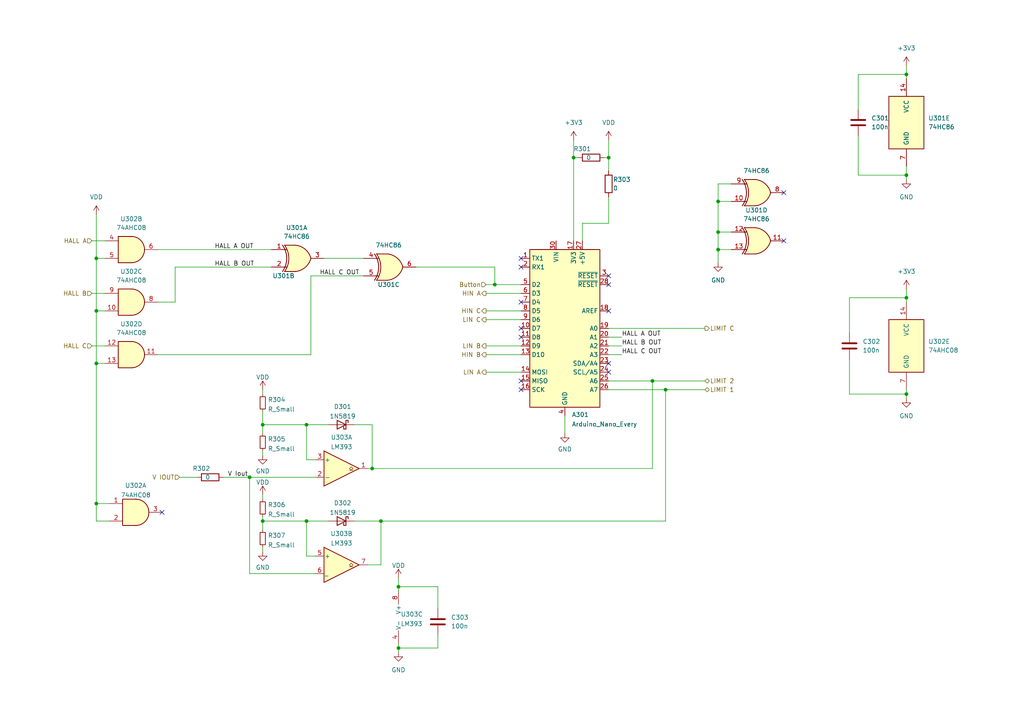
<source format=kicad_sch>
(kicad_sch (version 20211123) (generator eeschema)

  (uuid 9f4923fd-e6c5-4ed6-9810-194f93ab1c89)

  (paper "A4")

  (lib_symbols
    (symbol "74xx:74HC86" (pin_names (offset 1.016)) (in_bom yes) (on_board yes)
      (property "Reference" "U" (id 0) (at 0 1.27 0)
        (effects (font (size 1.27 1.27)))
      )
      (property "Value" "74HC86" (id 1) (at 0 -1.27 0)
        (effects (font (size 1.27 1.27)))
      )
      (property "Footprint" "" (id 2) (at 0 0 0)
        (effects (font (size 1.27 1.27)) hide)
      )
      (property "Datasheet" "http://www.ti.com/lit/gpn/sn74HC86" (id 3) (at 0 0 0)
        (effects (font (size 1.27 1.27)) hide)
      )
      (property "ki_locked" "" (id 4) (at 0 0 0)
        (effects (font (size 1.27 1.27)))
      )
      (property "ki_keywords" "TTL XOR2" (id 5) (at 0 0 0)
        (effects (font (size 1.27 1.27)) hide)
      )
      (property "ki_description" "Quad 2-input XOR" (id 6) (at 0 0 0)
        (effects (font (size 1.27 1.27)) hide)
      )
      (property "ki_fp_filters" "DIP*W7.62mm*" (id 7) (at 0 0 0)
        (effects (font (size 1.27 1.27)) hide)
      )
      (symbol "74HC86_1_0"
        (arc (start -4.4196 -3.81) (mid -3.2033 0) (end -4.4196 3.81)
          (stroke (width 0.254) (type default) (color 0 0 0 0))
          (fill (type none))
        )
        (arc (start -3.81 -3.81) (mid -2.589 0) (end -3.81 3.81)
          (stroke (width 0.254) (type default) (color 0 0 0 0))
          (fill (type none))
        )
        (arc (start -0.6096 -3.81) (mid 2.1855 -2.584) (end 3.81 0)
          (stroke (width 0.254) (type default) (color 0 0 0 0))
          (fill (type background))
        )
        (polyline
          (pts
            (xy -3.81 -3.81)
            (xy -0.635 -3.81)
          )
          (stroke (width 0.254) (type default) (color 0 0 0 0))
          (fill (type background))
        )
        (polyline
          (pts
            (xy -3.81 3.81)
            (xy -0.635 3.81)
          )
          (stroke (width 0.254) (type default) (color 0 0 0 0))
          (fill (type background))
        )
        (polyline
          (pts
            (xy -0.635 3.81)
            (xy -3.81 3.81)
            (xy -3.81 3.81)
            (xy -3.556 3.4036)
            (xy -3.0226 2.2606)
            (xy -2.6924 1.0414)
            (xy -2.6162 -0.254)
            (xy -2.7686 -1.4986)
            (xy -3.175 -2.7178)
            (xy -3.81 -3.81)
            (xy -3.81 -3.81)
            (xy -0.635 -3.81)
          )
          (stroke (width -25.4) (type default) (color 0 0 0 0))
          (fill (type background))
        )
        (arc (start 3.81 0) (mid 2.1928 2.5925) (end -0.6096 3.81)
          (stroke (width 0.254) (type default) (color 0 0 0 0))
          (fill (type background))
        )
        (pin input line (at -7.62 2.54 0) (length 4.445)
          (name "~" (effects (font (size 1.27 1.27))))
          (number "1" (effects (font (size 1.27 1.27))))
        )
        (pin input line (at -7.62 -2.54 0) (length 4.445)
          (name "~" (effects (font (size 1.27 1.27))))
          (number "2" (effects (font (size 1.27 1.27))))
        )
        (pin output line (at 7.62 0 180) (length 3.81)
          (name "~" (effects (font (size 1.27 1.27))))
          (number "3" (effects (font (size 1.27 1.27))))
        )
      )
      (symbol "74HC86_1_1"
        (polyline
          (pts
            (xy -3.81 -2.54)
            (xy -3.175 -2.54)
          )
          (stroke (width 0.1524) (type default) (color 0 0 0 0))
          (fill (type none))
        )
        (polyline
          (pts
            (xy -3.81 2.54)
            (xy -3.175 2.54)
          )
          (stroke (width 0.1524) (type default) (color 0 0 0 0))
          (fill (type none))
        )
      )
      (symbol "74HC86_2_0"
        (arc (start -4.4196 -3.81) (mid -3.2033 0) (end -4.4196 3.81)
          (stroke (width 0.254) (type default) (color 0 0 0 0))
          (fill (type none))
        )
        (arc (start -3.81 -3.81) (mid -2.589 0) (end -3.81 3.81)
          (stroke (width 0.254) (type default) (color 0 0 0 0))
          (fill (type none))
        )
        (arc (start -0.6096 -3.81) (mid 2.1855 -2.584) (end 3.81 0)
          (stroke (width 0.254) (type default) (color 0 0 0 0))
          (fill (type background))
        )
        (polyline
          (pts
            (xy -3.81 -3.81)
            (xy -0.635 -3.81)
          )
          (stroke (width 0.254) (type default) (color 0 0 0 0))
          (fill (type background))
        )
        (polyline
          (pts
            (xy -3.81 3.81)
            (xy -0.635 3.81)
          )
          (stroke (width 0.254) (type default) (color 0 0 0 0))
          (fill (type background))
        )
        (polyline
          (pts
            (xy -0.635 3.81)
            (xy -3.81 3.81)
            (xy -3.81 3.81)
            (xy -3.556 3.4036)
            (xy -3.0226 2.2606)
            (xy -2.6924 1.0414)
            (xy -2.6162 -0.254)
            (xy -2.7686 -1.4986)
            (xy -3.175 -2.7178)
            (xy -3.81 -3.81)
            (xy -3.81 -3.81)
            (xy -0.635 -3.81)
          )
          (stroke (width -25.4) (type default) (color 0 0 0 0))
          (fill (type background))
        )
        (arc (start 3.81 0) (mid 2.1928 2.5925) (end -0.6096 3.81)
          (stroke (width 0.254) (type default) (color 0 0 0 0))
          (fill (type background))
        )
        (pin input line (at -7.62 2.54 0) (length 4.445)
          (name "~" (effects (font (size 1.27 1.27))))
          (number "4" (effects (font (size 1.27 1.27))))
        )
        (pin input line (at -7.62 -2.54 0) (length 4.445)
          (name "~" (effects (font (size 1.27 1.27))))
          (number "5" (effects (font (size 1.27 1.27))))
        )
        (pin output line (at 7.62 0 180) (length 3.81)
          (name "~" (effects (font (size 1.27 1.27))))
          (number "6" (effects (font (size 1.27 1.27))))
        )
      )
      (symbol "74HC86_2_1"
        (polyline
          (pts
            (xy -3.81 -2.54)
            (xy -3.175 -2.54)
          )
          (stroke (width 0.1524) (type default) (color 0 0 0 0))
          (fill (type none))
        )
        (polyline
          (pts
            (xy -3.81 2.54)
            (xy -3.175 2.54)
          )
          (stroke (width 0.1524) (type default) (color 0 0 0 0))
          (fill (type none))
        )
      )
      (symbol "74HC86_3_0"
        (arc (start -4.4196 -3.81) (mid -3.2033 0) (end -4.4196 3.81)
          (stroke (width 0.254) (type default) (color 0 0 0 0))
          (fill (type none))
        )
        (arc (start -3.81 -3.81) (mid -2.589 0) (end -3.81 3.81)
          (stroke (width 0.254) (type default) (color 0 0 0 0))
          (fill (type none))
        )
        (arc (start -0.6096 -3.81) (mid 2.1855 -2.584) (end 3.81 0)
          (stroke (width 0.254) (type default) (color 0 0 0 0))
          (fill (type background))
        )
        (polyline
          (pts
            (xy -3.81 -3.81)
            (xy -0.635 -3.81)
          )
          (stroke (width 0.254) (type default) (color 0 0 0 0))
          (fill (type background))
        )
        (polyline
          (pts
            (xy -3.81 3.81)
            (xy -0.635 3.81)
          )
          (stroke (width 0.254) (type default) (color 0 0 0 0))
          (fill (type background))
        )
        (polyline
          (pts
            (xy -0.635 3.81)
            (xy -3.81 3.81)
            (xy -3.81 3.81)
            (xy -3.556 3.4036)
            (xy -3.0226 2.2606)
            (xy -2.6924 1.0414)
            (xy -2.6162 -0.254)
            (xy -2.7686 -1.4986)
            (xy -3.175 -2.7178)
            (xy -3.81 -3.81)
            (xy -3.81 -3.81)
            (xy -0.635 -3.81)
          )
          (stroke (width -25.4) (type default) (color 0 0 0 0))
          (fill (type background))
        )
        (arc (start 3.81 0) (mid 2.1928 2.5925) (end -0.6096 3.81)
          (stroke (width 0.254) (type default) (color 0 0 0 0))
          (fill (type background))
        )
        (pin input line (at -7.62 -2.54 0) (length 4.445)
          (name "~" (effects (font (size 1.27 1.27))))
          (number "10" (effects (font (size 1.27 1.27))))
        )
        (pin output line (at 7.62 0 180) (length 3.81)
          (name "~" (effects (font (size 1.27 1.27))))
          (number "8" (effects (font (size 1.27 1.27))))
        )
        (pin input line (at -7.62 2.54 0) (length 4.445)
          (name "~" (effects (font (size 1.27 1.27))))
          (number "9" (effects (font (size 1.27 1.27))))
        )
      )
      (symbol "74HC86_3_1"
        (polyline
          (pts
            (xy -3.81 -2.54)
            (xy -3.175 -2.54)
          )
          (stroke (width 0.1524) (type default) (color 0 0 0 0))
          (fill (type none))
        )
        (polyline
          (pts
            (xy -3.81 2.54)
            (xy -3.175 2.54)
          )
          (stroke (width 0.1524) (type default) (color 0 0 0 0))
          (fill (type none))
        )
      )
      (symbol "74HC86_4_0"
        (arc (start -4.4196 -3.81) (mid -3.2033 0) (end -4.4196 3.81)
          (stroke (width 0.254) (type default) (color 0 0 0 0))
          (fill (type none))
        )
        (arc (start -3.81 -3.81) (mid -2.589 0) (end -3.81 3.81)
          (stroke (width 0.254) (type default) (color 0 0 0 0))
          (fill (type none))
        )
        (arc (start -0.6096 -3.81) (mid 2.1855 -2.584) (end 3.81 0)
          (stroke (width 0.254) (type default) (color 0 0 0 0))
          (fill (type background))
        )
        (polyline
          (pts
            (xy -3.81 -3.81)
            (xy -0.635 -3.81)
          )
          (stroke (width 0.254) (type default) (color 0 0 0 0))
          (fill (type background))
        )
        (polyline
          (pts
            (xy -3.81 3.81)
            (xy -0.635 3.81)
          )
          (stroke (width 0.254) (type default) (color 0 0 0 0))
          (fill (type background))
        )
        (polyline
          (pts
            (xy -0.635 3.81)
            (xy -3.81 3.81)
            (xy -3.81 3.81)
            (xy -3.556 3.4036)
            (xy -3.0226 2.2606)
            (xy -2.6924 1.0414)
            (xy -2.6162 -0.254)
            (xy -2.7686 -1.4986)
            (xy -3.175 -2.7178)
            (xy -3.81 -3.81)
            (xy -3.81 -3.81)
            (xy -0.635 -3.81)
          )
          (stroke (width -25.4) (type default) (color 0 0 0 0))
          (fill (type background))
        )
        (arc (start 3.81 0) (mid 2.1928 2.5925) (end -0.6096 3.81)
          (stroke (width 0.254) (type default) (color 0 0 0 0))
          (fill (type background))
        )
        (pin output line (at 7.62 0 180) (length 3.81)
          (name "~" (effects (font (size 1.27 1.27))))
          (number "11" (effects (font (size 1.27 1.27))))
        )
        (pin input line (at -7.62 2.54 0) (length 4.445)
          (name "~" (effects (font (size 1.27 1.27))))
          (number "12" (effects (font (size 1.27 1.27))))
        )
        (pin input line (at -7.62 -2.54 0) (length 4.445)
          (name "~" (effects (font (size 1.27 1.27))))
          (number "13" (effects (font (size 1.27 1.27))))
        )
      )
      (symbol "74HC86_4_1"
        (polyline
          (pts
            (xy -3.81 -2.54)
            (xy -3.175 -2.54)
          )
          (stroke (width 0.1524) (type default) (color 0 0 0 0))
          (fill (type none))
        )
        (polyline
          (pts
            (xy -3.81 2.54)
            (xy -3.175 2.54)
          )
          (stroke (width 0.1524) (type default) (color 0 0 0 0))
          (fill (type none))
        )
      )
      (symbol "74HC86_5_0"
        (pin power_in line (at 0 12.7 270) (length 5.08)
          (name "VCC" (effects (font (size 1.27 1.27))))
          (number "14" (effects (font (size 1.27 1.27))))
        )
        (pin power_in line (at 0 -12.7 90) (length 5.08)
          (name "GND" (effects (font (size 1.27 1.27))))
          (number "7" (effects (font (size 1.27 1.27))))
        )
      )
      (symbol "74HC86_5_1"
        (rectangle (start -5.08 7.62) (end 5.08 -7.62)
          (stroke (width 0.254) (type default) (color 0 0 0 0))
          (fill (type background))
        )
      )
    )
    (symbol "74xx:74LS08" (pin_names (offset 1.016)) (in_bom yes) (on_board yes)
      (property "Reference" "U" (id 0) (at 0 1.27 0)
        (effects (font (size 1.27 1.27)))
      )
      (property "Value" "74LS08" (id 1) (at 0 -1.27 0)
        (effects (font (size 1.27 1.27)))
      )
      (property "Footprint" "" (id 2) (at 0 0 0)
        (effects (font (size 1.27 1.27)) hide)
      )
      (property "Datasheet" "http://www.ti.com/lit/gpn/sn74LS08" (id 3) (at 0 0 0)
        (effects (font (size 1.27 1.27)) hide)
      )
      (property "ki_locked" "" (id 4) (at 0 0 0)
        (effects (font (size 1.27 1.27)))
      )
      (property "ki_keywords" "TTL and2" (id 5) (at 0 0 0)
        (effects (font (size 1.27 1.27)) hide)
      )
      (property "ki_description" "Quad And2" (id 6) (at 0 0 0)
        (effects (font (size 1.27 1.27)) hide)
      )
      (property "ki_fp_filters" "DIP*W7.62mm*" (id 7) (at 0 0 0)
        (effects (font (size 1.27 1.27)) hide)
      )
      (symbol "74LS08_1_1"
        (arc (start 0 -3.81) (mid 3.81 0) (end 0 3.81)
          (stroke (width 0.254) (type default) (color 0 0 0 0))
          (fill (type background))
        )
        (polyline
          (pts
            (xy 0 3.81)
            (xy -3.81 3.81)
            (xy -3.81 -3.81)
            (xy 0 -3.81)
          )
          (stroke (width 0.254) (type default) (color 0 0 0 0))
          (fill (type background))
        )
        (pin input line (at -7.62 2.54 0) (length 3.81)
          (name "~" (effects (font (size 1.27 1.27))))
          (number "1" (effects (font (size 1.27 1.27))))
        )
        (pin input line (at -7.62 -2.54 0) (length 3.81)
          (name "~" (effects (font (size 1.27 1.27))))
          (number "2" (effects (font (size 1.27 1.27))))
        )
        (pin output line (at 7.62 0 180) (length 3.81)
          (name "~" (effects (font (size 1.27 1.27))))
          (number "3" (effects (font (size 1.27 1.27))))
        )
      )
      (symbol "74LS08_1_2"
        (arc (start -3.81 -3.81) (mid -2.589 0) (end -3.81 3.81)
          (stroke (width 0.254) (type default) (color 0 0 0 0))
          (fill (type none))
        )
        (arc (start -0.6096 -3.81) (mid 2.1855 -2.584) (end 3.81 0)
          (stroke (width 0.254) (type default) (color 0 0 0 0))
          (fill (type background))
        )
        (polyline
          (pts
            (xy -3.81 -3.81)
            (xy -0.635 -3.81)
          )
          (stroke (width 0.254) (type default) (color 0 0 0 0))
          (fill (type background))
        )
        (polyline
          (pts
            (xy -3.81 3.81)
            (xy -0.635 3.81)
          )
          (stroke (width 0.254) (type default) (color 0 0 0 0))
          (fill (type background))
        )
        (polyline
          (pts
            (xy -0.635 3.81)
            (xy -3.81 3.81)
            (xy -3.81 3.81)
            (xy -3.556 3.4036)
            (xy -3.0226 2.2606)
            (xy -2.6924 1.0414)
            (xy -2.6162 -0.254)
            (xy -2.7686 -1.4986)
            (xy -3.175 -2.7178)
            (xy -3.81 -3.81)
            (xy -3.81 -3.81)
            (xy -0.635 -3.81)
          )
          (stroke (width -25.4) (type default) (color 0 0 0 0))
          (fill (type background))
        )
        (arc (start 3.81 0) (mid 2.1928 2.5925) (end -0.6096 3.81)
          (stroke (width 0.254) (type default) (color 0 0 0 0))
          (fill (type background))
        )
        (pin input inverted (at -7.62 2.54 0) (length 4.318)
          (name "~" (effects (font (size 1.27 1.27))))
          (number "1" (effects (font (size 1.27 1.27))))
        )
        (pin input inverted (at -7.62 -2.54 0) (length 4.318)
          (name "~" (effects (font (size 1.27 1.27))))
          (number "2" (effects (font (size 1.27 1.27))))
        )
        (pin output inverted (at 7.62 0 180) (length 3.81)
          (name "~" (effects (font (size 1.27 1.27))))
          (number "3" (effects (font (size 1.27 1.27))))
        )
      )
      (symbol "74LS08_2_1"
        (arc (start 0 -3.81) (mid 3.81 0) (end 0 3.81)
          (stroke (width 0.254) (type default) (color 0 0 0 0))
          (fill (type background))
        )
        (polyline
          (pts
            (xy 0 3.81)
            (xy -3.81 3.81)
            (xy -3.81 -3.81)
            (xy 0 -3.81)
          )
          (stroke (width 0.254) (type default) (color 0 0 0 0))
          (fill (type background))
        )
        (pin input line (at -7.62 2.54 0) (length 3.81)
          (name "~" (effects (font (size 1.27 1.27))))
          (number "4" (effects (font (size 1.27 1.27))))
        )
        (pin input line (at -7.62 -2.54 0) (length 3.81)
          (name "~" (effects (font (size 1.27 1.27))))
          (number "5" (effects (font (size 1.27 1.27))))
        )
        (pin output line (at 7.62 0 180) (length 3.81)
          (name "~" (effects (font (size 1.27 1.27))))
          (number "6" (effects (font (size 1.27 1.27))))
        )
      )
      (symbol "74LS08_2_2"
        (arc (start -3.81 -3.81) (mid -2.589 0) (end -3.81 3.81)
          (stroke (width 0.254) (type default) (color 0 0 0 0))
          (fill (type none))
        )
        (arc (start -0.6096 -3.81) (mid 2.1855 -2.584) (end 3.81 0)
          (stroke (width 0.254) (type default) (color 0 0 0 0))
          (fill (type background))
        )
        (polyline
          (pts
            (xy -3.81 -3.81)
            (xy -0.635 -3.81)
          )
          (stroke (width 0.254) (type default) (color 0 0 0 0))
          (fill (type background))
        )
        (polyline
          (pts
            (xy -3.81 3.81)
            (xy -0.635 3.81)
          )
          (stroke (width 0.254) (type default) (color 0 0 0 0))
          (fill (type background))
        )
        (polyline
          (pts
            (xy -0.635 3.81)
            (xy -3.81 3.81)
            (xy -3.81 3.81)
            (xy -3.556 3.4036)
            (xy -3.0226 2.2606)
            (xy -2.6924 1.0414)
            (xy -2.6162 -0.254)
            (xy -2.7686 -1.4986)
            (xy -3.175 -2.7178)
            (xy -3.81 -3.81)
            (xy -3.81 -3.81)
            (xy -0.635 -3.81)
          )
          (stroke (width -25.4) (type default) (color 0 0 0 0))
          (fill (type background))
        )
        (arc (start 3.81 0) (mid 2.1928 2.5925) (end -0.6096 3.81)
          (stroke (width 0.254) (type default) (color 0 0 0 0))
          (fill (type background))
        )
        (pin input inverted (at -7.62 2.54 0) (length 4.318)
          (name "~" (effects (font (size 1.27 1.27))))
          (number "4" (effects (font (size 1.27 1.27))))
        )
        (pin input inverted (at -7.62 -2.54 0) (length 4.318)
          (name "~" (effects (font (size 1.27 1.27))))
          (number "5" (effects (font (size 1.27 1.27))))
        )
        (pin output inverted (at 7.62 0 180) (length 3.81)
          (name "~" (effects (font (size 1.27 1.27))))
          (number "6" (effects (font (size 1.27 1.27))))
        )
      )
      (symbol "74LS08_3_1"
        (arc (start 0 -3.81) (mid 3.81 0) (end 0 3.81)
          (stroke (width 0.254) (type default) (color 0 0 0 0))
          (fill (type background))
        )
        (polyline
          (pts
            (xy 0 3.81)
            (xy -3.81 3.81)
            (xy -3.81 -3.81)
            (xy 0 -3.81)
          )
          (stroke (width 0.254) (type default) (color 0 0 0 0))
          (fill (type background))
        )
        (pin input line (at -7.62 -2.54 0) (length 3.81)
          (name "~" (effects (font (size 1.27 1.27))))
          (number "10" (effects (font (size 1.27 1.27))))
        )
        (pin output line (at 7.62 0 180) (length 3.81)
          (name "~" (effects (font (size 1.27 1.27))))
          (number "8" (effects (font (size 1.27 1.27))))
        )
        (pin input line (at -7.62 2.54 0) (length 3.81)
          (name "~" (effects (font (size 1.27 1.27))))
          (number "9" (effects (font (size 1.27 1.27))))
        )
      )
      (symbol "74LS08_3_2"
        (arc (start -3.81 -3.81) (mid -2.589 0) (end -3.81 3.81)
          (stroke (width 0.254) (type default) (color 0 0 0 0))
          (fill (type none))
        )
        (arc (start -0.6096 -3.81) (mid 2.1855 -2.584) (end 3.81 0)
          (stroke (width 0.254) (type default) (color 0 0 0 0))
          (fill (type background))
        )
        (polyline
          (pts
            (xy -3.81 -3.81)
            (xy -0.635 -3.81)
          )
          (stroke (width 0.254) (type default) (color 0 0 0 0))
          (fill (type background))
        )
        (polyline
          (pts
            (xy -3.81 3.81)
            (xy -0.635 3.81)
          )
          (stroke (width 0.254) (type default) (color 0 0 0 0))
          (fill (type background))
        )
        (polyline
          (pts
            (xy -0.635 3.81)
            (xy -3.81 3.81)
            (xy -3.81 3.81)
            (xy -3.556 3.4036)
            (xy -3.0226 2.2606)
            (xy -2.6924 1.0414)
            (xy -2.6162 -0.254)
            (xy -2.7686 -1.4986)
            (xy -3.175 -2.7178)
            (xy -3.81 -3.81)
            (xy -3.81 -3.81)
            (xy -0.635 -3.81)
          )
          (stroke (width -25.4) (type default) (color 0 0 0 0))
          (fill (type background))
        )
        (arc (start 3.81 0) (mid 2.1928 2.5925) (end -0.6096 3.81)
          (stroke (width 0.254) (type default) (color 0 0 0 0))
          (fill (type background))
        )
        (pin input inverted (at -7.62 -2.54 0) (length 4.318)
          (name "~" (effects (font (size 1.27 1.27))))
          (number "10" (effects (font (size 1.27 1.27))))
        )
        (pin output inverted (at 7.62 0 180) (length 3.81)
          (name "~" (effects (font (size 1.27 1.27))))
          (number "8" (effects (font (size 1.27 1.27))))
        )
        (pin input inverted (at -7.62 2.54 0) (length 4.318)
          (name "~" (effects (font (size 1.27 1.27))))
          (number "9" (effects (font (size 1.27 1.27))))
        )
      )
      (symbol "74LS08_4_1"
        (arc (start 0 -3.81) (mid 3.81 0) (end 0 3.81)
          (stroke (width 0.254) (type default) (color 0 0 0 0))
          (fill (type background))
        )
        (polyline
          (pts
            (xy 0 3.81)
            (xy -3.81 3.81)
            (xy -3.81 -3.81)
            (xy 0 -3.81)
          )
          (stroke (width 0.254) (type default) (color 0 0 0 0))
          (fill (type background))
        )
        (pin output line (at 7.62 0 180) (length 3.81)
          (name "~" (effects (font (size 1.27 1.27))))
          (number "11" (effects (font (size 1.27 1.27))))
        )
        (pin input line (at -7.62 2.54 0) (length 3.81)
          (name "~" (effects (font (size 1.27 1.27))))
          (number "12" (effects (font (size 1.27 1.27))))
        )
        (pin input line (at -7.62 -2.54 0) (length 3.81)
          (name "~" (effects (font (size 1.27 1.27))))
          (number "13" (effects (font (size 1.27 1.27))))
        )
      )
      (symbol "74LS08_4_2"
        (arc (start -3.81 -3.81) (mid -2.589 0) (end -3.81 3.81)
          (stroke (width 0.254) (type default) (color 0 0 0 0))
          (fill (type none))
        )
        (arc (start -0.6096 -3.81) (mid 2.1855 -2.584) (end 3.81 0)
          (stroke (width 0.254) (type default) (color 0 0 0 0))
          (fill (type background))
        )
        (polyline
          (pts
            (xy -3.81 -3.81)
            (xy -0.635 -3.81)
          )
          (stroke (width 0.254) (type default) (color 0 0 0 0))
          (fill (type background))
        )
        (polyline
          (pts
            (xy -3.81 3.81)
            (xy -0.635 3.81)
          )
          (stroke (width 0.254) (type default) (color 0 0 0 0))
          (fill (type background))
        )
        (polyline
          (pts
            (xy -0.635 3.81)
            (xy -3.81 3.81)
            (xy -3.81 3.81)
            (xy -3.556 3.4036)
            (xy -3.0226 2.2606)
            (xy -2.6924 1.0414)
            (xy -2.6162 -0.254)
            (xy -2.7686 -1.4986)
            (xy -3.175 -2.7178)
            (xy -3.81 -3.81)
            (xy -3.81 -3.81)
            (xy -0.635 -3.81)
          )
          (stroke (width -25.4) (type default) (color 0 0 0 0))
          (fill (type background))
        )
        (arc (start 3.81 0) (mid 2.1928 2.5925) (end -0.6096 3.81)
          (stroke (width 0.254) (type default) (color 0 0 0 0))
          (fill (type background))
        )
        (pin output inverted (at 7.62 0 180) (length 3.81)
          (name "~" (effects (font (size 1.27 1.27))))
          (number "11" (effects (font (size 1.27 1.27))))
        )
        (pin input inverted (at -7.62 2.54 0) (length 4.318)
          (name "~" (effects (font (size 1.27 1.27))))
          (number "12" (effects (font (size 1.27 1.27))))
        )
        (pin input inverted (at -7.62 -2.54 0) (length 4.318)
          (name "~" (effects (font (size 1.27 1.27))))
          (number "13" (effects (font (size 1.27 1.27))))
        )
      )
      (symbol "74LS08_5_0"
        (pin power_in line (at 0 12.7 270) (length 5.08)
          (name "VCC" (effects (font (size 1.27 1.27))))
          (number "14" (effects (font (size 1.27 1.27))))
        )
        (pin power_in line (at 0 -12.7 90) (length 5.08)
          (name "GND" (effects (font (size 1.27 1.27))))
          (number "7" (effects (font (size 1.27 1.27))))
        )
      )
      (symbol "74LS08_5_1"
        (rectangle (start -5.08 7.62) (end 5.08 -7.62)
          (stroke (width 0.254) (type default) (color 0 0 0 0))
          (fill (type background))
        )
      )
    )
    (symbol "Comparator:LM393" (pin_names (offset 0.127)) (in_bom yes) (on_board yes)
      (property "Reference" "U" (id 0) (at 3.81 3.81 0)
        (effects (font (size 1.27 1.27)))
      )
      (property "Value" "LM393" (id 1) (at 6.35 -3.81 0)
        (effects (font (size 1.27 1.27)))
      )
      (property "Footprint" "" (id 2) (at 0 0 0)
        (effects (font (size 1.27 1.27)) hide)
      )
      (property "Datasheet" "http://www.ti.com/lit/ds/symlink/lm393.pdf" (id 3) (at 0 0 0)
        (effects (font (size 1.27 1.27)) hide)
      )
      (property "ki_locked" "" (id 4) (at 0 0 0)
        (effects (font (size 1.27 1.27)))
      )
      (property "ki_keywords" "cmp open collector" (id 5) (at 0 0 0)
        (effects (font (size 1.27 1.27)) hide)
      )
      (property "ki_description" "Low-Power, Low-Offset Voltage, Dual Comparators, DIP-8/SOIC-8/TO-99-8" (id 6) (at 0 0 0)
        (effects (font (size 1.27 1.27)) hide)
      )
      (property "ki_fp_filters" "SOIC*3.9x4.9mm*P1.27mm* DIP*W7.62mm* SOP*5.28x5.23mm*P1.27mm* VSSOP*3.0x3.0mm*P0.65mm* TSSOP*4.4x3mm*P0.65mm*" (id 7) (at 0 0 0)
        (effects (font (size 1.27 1.27)) hide)
      )
      (symbol "LM393_1_1"
        (polyline
          (pts
            (xy -5.08 5.08)
            (xy 5.08 0)
            (xy -5.08 -5.08)
            (xy -5.08 5.08)
          )
          (stroke (width 0.254) (type default) (color 0 0 0 0))
          (fill (type background))
        )
        (polyline
          (pts
            (xy 3.302 -0.508)
            (xy 2.794 -0.508)
            (xy 3.302 0)
            (xy 2.794 0.508)
            (xy 2.286 0)
            (xy 2.794 -0.508)
            (xy 2.286 -0.508)
          )
          (stroke (width 0.127) (type default) (color 0 0 0 0))
          (fill (type none))
        )
        (pin open_collector line (at 7.62 0 180) (length 2.54)
          (name "~" (effects (font (size 1.27 1.27))))
          (number "1" (effects (font (size 1.27 1.27))))
        )
        (pin input line (at -7.62 -2.54 0) (length 2.54)
          (name "-" (effects (font (size 1.27 1.27))))
          (number "2" (effects (font (size 1.27 1.27))))
        )
        (pin input line (at -7.62 2.54 0) (length 2.54)
          (name "+" (effects (font (size 1.27 1.27))))
          (number "3" (effects (font (size 1.27 1.27))))
        )
      )
      (symbol "LM393_2_1"
        (polyline
          (pts
            (xy -5.08 5.08)
            (xy 5.08 0)
            (xy -5.08 -5.08)
            (xy -5.08 5.08)
          )
          (stroke (width 0.254) (type default) (color 0 0 0 0))
          (fill (type background))
        )
        (polyline
          (pts
            (xy 3.302 -0.508)
            (xy 2.794 -0.508)
            (xy 3.302 0)
            (xy 2.794 0.508)
            (xy 2.286 0)
            (xy 2.794 -0.508)
            (xy 2.286 -0.508)
          )
          (stroke (width 0.127) (type default) (color 0 0 0 0))
          (fill (type none))
        )
        (pin input line (at -7.62 2.54 0) (length 2.54)
          (name "+" (effects (font (size 1.27 1.27))))
          (number "5" (effects (font (size 1.27 1.27))))
        )
        (pin input line (at -7.62 -2.54 0) (length 2.54)
          (name "_" (effects (font (size 1.27 1.27))))
          (number "6" (effects (font (size 1.27 1.27))))
        )
        (pin open_collector line (at 7.62 0 180) (length 2.54)
          (name "~" (effects (font (size 1.27 1.27))))
          (number "7" (effects (font (size 1.27 1.27))))
        )
      )
      (symbol "LM393_3_1"
        (pin power_in line (at -2.54 -7.62 90) (length 3.81)
          (name "V-" (effects (font (size 1.27 1.27))))
          (number "4" (effects (font (size 1.27 1.27))))
        )
        (pin power_in line (at -2.54 7.62 270) (length 3.81)
          (name "V+" (effects (font (size 1.27 1.27))))
          (number "8" (effects (font (size 1.27 1.27))))
        )
      )
    )
    (symbol "Device:C" (pin_numbers hide) (pin_names (offset 0.254)) (in_bom yes) (on_board yes)
      (property "Reference" "C" (id 0) (at 0.635 2.54 0)
        (effects (font (size 1.27 1.27)) (justify left))
      )
      (property "Value" "C" (id 1) (at 0.635 -2.54 0)
        (effects (font (size 1.27 1.27)) (justify left))
      )
      (property "Footprint" "" (id 2) (at 0.9652 -3.81 0)
        (effects (font (size 1.27 1.27)) hide)
      )
      (property "Datasheet" "~" (id 3) (at 0 0 0)
        (effects (font (size 1.27 1.27)) hide)
      )
      (property "ki_keywords" "cap capacitor" (id 4) (at 0 0 0)
        (effects (font (size 1.27 1.27)) hide)
      )
      (property "ki_description" "Unpolarized capacitor" (id 5) (at 0 0 0)
        (effects (font (size 1.27 1.27)) hide)
      )
      (property "ki_fp_filters" "C_*" (id 6) (at 0 0 0)
        (effects (font (size 1.27 1.27)) hide)
      )
      (symbol "C_0_1"
        (polyline
          (pts
            (xy -2.032 -0.762)
            (xy 2.032 -0.762)
          )
          (stroke (width 0.508) (type default) (color 0 0 0 0))
          (fill (type none))
        )
        (polyline
          (pts
            (xy -2.032 0.762)
            (xy 2.032 0.762)
          )
          (stroke (width 0.508) (type default) (color 0 0 0 0))
          (fill (type none))
        )
      )
      (symbol "C_1_1"
        (pin passive line (at 0 3.81 270) (length 2.794)
          (name "~" (effects (font (size 1.27 1.27))))
          (number "1" (effects (font (size 1.27 1.27))))
        )
        (pin passive line (at 0 -3.81 90) (length 2.794)
          (name "~" (effects (font (size 1.27 1.27))))
          (number "2" (effects (font (size 1.27 1.27))))
        )
      )
    )
    (symbol "Device:R" (pin_numbers hide) (pin_names (offset 0)) (in_bom yes) (on_board yes)
      (property "Reference" "R" (id 0) (at 2.032 0 90)
        (effects (font (size 1.27 1.27)))
      )
      (property "Value" "R" (id 1) (at 0 0 90)
        (effects (font (size 1.27 1.27)))
      )
      (property "Footprint" "" (id 2) (at -1.778 0 90)
        (effects (font (size 1.27 1.27)) hide)
      )
      (property "Datasheet" "~" (id 3) (at 0 0 0)
        (effects (font (size 1.27 1.27)) hide)
      )
      (property "ki_keywords" "R res resistor" (id 4) (at 0 0 0)
        (effects (font (size 1.27 1.27)) hide)
      )
      (property "ki_description" "Resistor" (id 5) (at 0 0 0)
        (effects (font (size 1.27 1.27)) hide)
      )
      (property "ki_fp_filters" "R_*" (id 6) (at 0 0 0)
        (effects (font (size 1.27 1.27)) hide)
      )
      (symbol "R_0_1"
        (rectangle (start -1.016 -2.54) (end 1.016 2.54)
          (stroke (width 0.254) (type default) (color 0 0 0 0))
          (fill (type none))
        )
      )
      (symbol "R_1_1"
        (pin passive line (at 0 3.81 270) (length 1.27)
          (name "~" (effects (font (size 1.27 1.27))))
          (number "1" (effects (font (size 1.27 1.27))))
        )
        (pin passive line (at 0 -3.81 90) (length 1.27)
          (name "~" (effects (font (size 1.27 1.27))))
          (number "2" (effects (font (size 1.27 1.27))))
        )
      )
    )
    (symbol "Device:R_Small" (pin_numbers hide) (pin_names (offset 0.254) hide) (in_bom yes) (on_board yes)
      (property "Reference" "R" (id 0) (at 0.762 0.508 0)
        (effects (font (size 1.27 1.27)) (justify left))
      )
      (property "Value" "R_Small" (id 1) (at 0.762 -1.016 0)
        (effects (font (size 1.27 1.27)) (justify left))
      )
      (property "Footprint" "" (id 2) (at 0 0 0)
        (effects (font (size 1.27 1.27)) hide)
      )
      (property "Datasheet" "~" (id 3) (at 0 0 0)
        (effects (font (size 1.27 1.27)) hide)
      )
      (property "ki_keywords" "R resistor" (id 4) (at 0 0 0)
        (effects (font (size 1.27 1.27)) hide)
      )
      (property "ki_description" "Resistor, small symbol" (id 5) (at 0 0 0)
        (effects (font (size 1.27 1.27)) hide)
      )
      (property "ki_fp_filters" "R_*" (id 6) (at 0 0 0)
        (effects (font (size 1.27 1.27)) hide)
      )
      (symbol "R_Small_0_1"
        (rectangle (start -0.762 1.778) (end 0.762 -1.778)
          (stroke (width 0.2032) (type default) (color 0 0 0 0))
          (fill (type none))
        )
      )
      (symbol "R_Small_1_1"
        (pin passive line (at 0 2.54 270) (length 0.762)
          (name "~" (effects (font (size 1.27 1.27))))
          (number "1" (effects (font (size 1.27 1.27))))
        )
        (pin passive line (at 0 -2.54 90) (length 0.762)
          (name "~" (effects (font (size 1.27 1.27))))
          (number "2" (effects (font (size 1.27 1.27))))
        )
      )
    )
    (symbol "Diode:1N5819" (pin_numbers hide) (pin_names (offset 1.016) hide) (in_bom yes) (on_board yes)
      (property "Reference" "D" (id 0) (at 0 2.54 0)
        (effects (font (size 1.27 1.27)))
      )
      (property "Value" "1N5819" (id 1) (at 0 -2.54 0)
        (effects (font (size 1.27 1.27)))
      )
      (property "Footprint" "Diode_THT:D_DO-41_SOD81_P10.16mm_Horizontal" (id 2) (at 0 -4.445 0)
        (effects (font (size 1.27 1.27)) hide)
      )
      (property "Datasheet" "http://www.vishay.com/docs/88525/1n5817.pdf" (id 3) (at 0 0 0)
        (effects (font (size 1.27 1.27)) hide)
      )
      (property "ki_keywords" "diode Schottky" (id 4) (at 0 0 0)
        (effects (font (size 1.27 1.27)) hide)
      )
      (property "ki_description" "40V 1A Schottky Barrier Rectifier Diode, DO-41" (id 5) (at 0 0 0)
        (effects (font (size 1.27 1.27)) hide)
      )
      (property "ki_fp_filters" "D*DO?41*" (id 6) (at 0 0 0)
        (effects (font (size 1.27 1.27)) hide)
      )
      (symbol "1N5819_0_1"
        (polyline
          (pts
            (xy 1.27 0)
            (xy -1.27 0)
          )
          (stroke (width 0) (type default) (color 0 0 0 0))
          (fill (type none))
        )
        (polyline
          (pts
            (xy 1.27 1.27)
            (xy 1.27 -1.27)
            (xy -1.27 0)
            (xy 1.27 1.27)
          )
          (stroke (width 0.254) (type default) (color 0 0 0 0))
          (fill (type none))
        )
        (polyline
          (pts
            (xy -1.905 0.635)
            (xy -1.905 1.27)
            (xy -1.27 1.27)
            (xy -1.27 -1.27)
            (xy -0.635 -1.27)
            (xy -0.635 -0.635)
          )
          (stroke (width 0.254) (type default) (color 0 0 0 0))
          (fill (type none))
        )
      )
      (symbol "1N5819_1_1"
        (pin passive line (at -3.81 0 0) (length 2.54)
          (name "K" (effects (font (size 1.27 1.27))))
          (number "1" (effects (font (size 1.27 1.27))))
        )
        (pin passive line (at 3.81 0 180) (length 2.54)
          (name "A" (effects (font (size 1.27 1.27))))
          (number "2" (effects (font (size 1.27 1.27))))
        )
      )
    )
    (symbol "MCU_Module:Arduino_Nano_Every" (in_bom yes) (on_board yes)
      (property "Reference" "A" (id 0) (at -10.16 23.495 0)
        (effects (font (size 1.27 1.27)) (justify left bottom))
      )
      (property "Value" "Arduino_Nano_Every" (id 1) (at 5.08 -24.13 0)
        (effects (font (size 1.27 1.27)) (justify left top))
      )
      (property "Footprint" "Module:Arduino_Nano" (id 2) (at 0 0 0)
        (effects (font (size 1.27 1.27) italic) hide)
      )
      (property "Datasheet" "https://content.arduino.cc/assets/NANOEveryV3.0_sch.pdf" (id 3) (at 0 0 0)
        (effects (font (size 1.27 1.27)) hide)
      )
      (property "ki_keywords" "Arduino nano microcontroller module USB UPDI AATMega4809 AVR" (id 4) (at 0 0 0)
        (effects (font (size 1.27 1.27)) hide)
      )
      (property "ki_description" "Arduino Nano Every" (id 5) (at 0 0 0)
        (effects (font (size 1.27 1.27)) hide)
      )
      (property "ki_fp_filters" "Arduino*Nano*" (id 6) (at 0 0 0)
        (effects (font (size 1.27 1.27)) hide)
      )
      (symbol "Arduino_Nano_Every_0_1"
        (rectangle (start -10.16 22.86) (end 10.16 -22.86)
          (stroke (width 0.254) (type default) (color 0 0 0 0))
          (fill (type background))
        )
      )
      (symbol "Arduino_Nano_Every_1_1"
        (pin bidirectional line (at -12.7 20.32 0) (length 2.54)
          (name "TX1" (effects (font (size 1.27 1.27))))
          (number "1" (effects (font (size 1.27 1.27))))
        )
        (pin bidirectional line (at -12.7 0 0) (length 2.54)
          (name "D7" (effects (font (size 1.27 1.27))))
          (number "10" (effects (font (size 1.27 1.27))))
        )
        (pin bidirectional line (at -12.7 -2.54 0) (length 2.54)
          (name "D8" (effects (font (size 1.27 1.27))))
          (number "11" (effects (font (size 1.27 1.27))))
        )
        (pin bidirectional line (at -12.7 -5.08 0) (length 2.54)
          (name "D9" (effects (font (size 1.27 1.27))))
          (number "12" (effects (font (size 1.27 1.27))))
        )
        (pin bidirectional line (at -12.7 -7.62 0) (length 2.54)
          (name "D10" (effects (font (size 1.27 1.27))))
          (number "13" (effects (font (size 1.27 1.27))))
        )
        (pin bidirectional line (at -12.7 -12.7 0) (length 2.54)
          (name "MOSI" (effects (font (size 1.27 1.27))))
          (number "14" (effects (font (size 1.27 1.27))))
        )
        (pin bidirectional line (at -12.7 -15.24 0) (length 2.54)
          (name "MISO" (effects (font (size 1.27 1.27))))
          (number "15" (effects (font (size 1.27 1.27))))
        )
        (pin bidirectional line (at -12.7 -17.78 0) (length 2.54)
          (name "SCK" (effects (font (size 1.27 1.27))))
          (number "16" (effects (font (size 1.27 1.27))))
        )
        (pin power_out line (at 2.54 25.4 270) (length 2.54)
          (name "3V3" (effects (font (size 1.27 1.27))))
          (number "17" (effects (font (size 1.27 1.27))))
        )
        (pin input line (at 12.7 5.08 180) (length 2.54)
          (name "AREF" (effects (font (size 1.27 1.27))))
          (number "18" (effects (font (size 1.27 1.27))))
        )
        (pin bidirectional line (at 12.7 0 180) (length 2.54)
          (name "A0" (effects (font (size 1.27 1.27))))
          (number "19" (effects (font (size 1.27 1.27))))
        )
        (pin bidirectional line (at -12.7 17.78 0) (length 2.54)
          (name "RX1" (effects (font (size 1.27 1.27))))
          (number "2" (effects (font (size 1.27 1.27))))
        )
        (pin bidirectional line (at 12.7 -2.54 180) (length 2.54)
          (name "A1" (effects (font (size 1.27 1.27))))
          (number "20" (effects (font (size 1.27 1.27))))
        )
        (pin bidirectional line (at 12.7 -5.08 180) (length 2.54)
          (name "A2" (effects (font (size 1.27 1.27))))
          (number "21" (effects (font (size 1.27 1.27))))
        )
        (pin bidirectional line (at 12.7 -7.62 180) (length 2.54)
          (name "A3" (effects (font (size 1.27 1.27))))
          (number "22" (effects (font (size 1.27 1.27))))
        )
        (pin bidirectional line (at 12.7 -10.16 180) (length 2.54)
          (name "SDA/A4" (effects (font (size 1.27 1.27))))
          (number "23" (effects (font (size 1.27 1.27))))
        )
        (pin bidirectional line (at 12.7 -12.7 180) (length 2.54)
          (name "SCL/A5" (effects (font (size 1.27 1.27))))
          (number "24" (effects (font (size 1.27 1.27))))
        )
        (pin bidirectional line (at 12.7 -15.24 180) (length 2.54)
          (name "A6" (effects (font (size 1.27 1.27))))
          (number "25" (effects (font (size 1.27 1.27))))
        )
        (pin bidirectional line (at 12.7 -17.78 180) (length 2.54)
          (name "A7" (effects (font (size 1.27 1.27))))
          (number "26" (effects (font (size 1.27 1.27))))
        )
        (pin power_out line (at 5.08 25.4 270) (length 2.54)
          (name "+5V" (effects (font (size 1.27 1.27))))
          (number "27" (effects (font (size 1.27 1.27))))
        )
        (pin input line (at 12.7 12.7 180) (length 2.54)
          (name "~{RESET}" (effects (font (size 1.27 1.27))))
          (number "28" (effects (font (size 1.27 1.27))))
        )
        (pin passive line (at 0 -25.4 90) (length 2.54) hide
          (name "GND" (effects (font (size 1.27 1.27))))
          (number "29" (effects (font (size 1.27 1.27))))
        )
        (pin input line (at 12.7 15.24 180) (length 2.54)
          (name "~{RESET}" (effects (font (size 1.27 1.27))))
          (number "3" (effects (font (size 1.27 1.27))))
        )
        (pin power_in line (at -2.54 25.4 270) (length 2.54)
          (name "VIN" (effects (font (size 1.27 1.27))))
          (number "30" (effects (font (size 1.27 1.27))))
        )
        (pin power_in line (at 0 -25.4 90) (length 2.54)
          (name "GND" (effects (font (size 1.27 1.27))))
          (number "4" (effects (font (size 1.27 1.27))))
        )
        (pin bidirectional line (at -12.7 12.7 0) (length 2.54)
          (name "D2" (effects (font (size 1.27 1.27))))
          (number "5" (effects (font (size 1.27 1.27))))
        )
        (pin bidirectional line (at -12.7 10.16 0) (length 2.54)
          (name "D3" (effects (font (size 1.27 1.27))))
          (number "6" (effects (font (size 1.27 1.27))))
        )
        (pin bidirectional line (at -12.7 7.62 0) (length 2.54)
          (name "D4" (effects (font (size 1.27 1.27))))
          (number "7" (effects (font (size 1.27 1.27))))
        )
        (pin bidirectional line (at -12.7 5.08 0) (length 2.54)
          (name "D5" (effects (font (size 1.27 1.27))))
          (number "8" (effects (font (size 1.27 1.27))))
        )
        (pin bidirectional line (at -12.7 2.54 0) (length 2.54)
          (name "D6" (effects (font (size 1.27 1.27))))
          (number "9" (effects (font (size 1.27 1.27))))
        )
      )
    )
    (symbol "power:+3V3" (power) (pin_names (offset 0)) (in_bom yes) (on_board yes)
      (property "Reference" "#PWR" (id 0) (at 0 -3.81 0)
        (effects (font (size 1.27 1.27)) hide)
      )
      (property "Value" "+3V3" (id 1) (at 0 3.556 0)
        (effects (font (size 1.27 1.27)))
      )
      (property "Footprint" "" (id 2) (at 0 0 0)
        (effects (font (size 1.27 1.27)) hide)
      )
      (property "Datasheet" "" (id 3) (at 0 0 0)
        (effects (font (size 1.27 1.27)) hide)
      )
      (property "ki_keywords" "power-flag" (id 4) (at 0 0 0)
        (effects (font (size 1.27 1.27)) hide)
      )
      (property "ki_description" "Power symbol creates a global label with name \"+3V3\"" (id 5) (at 0 0 0)
        (effects (font (size 1.27 1.27)) hide)
      )
      (symbol "+3V3_0_1"
        (polyline
          (pts
            (xy -0.762 1.27)
            (xy 0 2.54)
          )
          (stroke (width 0) (type default) (color 0 0 0 0))
          (fill (type none))
        )
        (polyline
          (pts
            (xy 0 0)
            (xy 0 2.54)
          )
          (stroke (width 0) (type default) (color 0 0 0 0))
          (fill (type none))
        )
        (polyline
          (pts
            (xy 0 2.54)
            (xy 0.762 1.27)
          )
          (stroke (width 0) (type default) (color 0 0 0 0))
          (fill (type none))
        )
      )
      (symbol "+3V3_1_1"
        (pin power_in line (at 0 0 90) (length 0) hide
          (name "+3V3" (effects (font (size 1.27 1.27))))
          (number "1" (effects (font (size 1.27 1.27))))
        )
      )
    )
    (symbol "power:GND" (power) (pin_names (offset 0)) (in_bom yes) (on_board yes)
      (property "Reference" "#PWR" (id 0) (at 0 -6.35 0)
        (effects (font (size 1.27 1.27)) hide)
      )
      (property "Value" "GND" (id 1) (at 0 -3.81 0)
        (effects (font (size 1.27 1.27)))
      )
      (property "Footprint" "" (id 2) (at 0 0 0)
        (effects (font (size 1.27 1.27)) hide)
      )
      (property "Datasheet" "" (id 3) (at 0 0 0)
        (effects (font (size 1.27 1.27)) hide)
      )
      (property "ki_keywords" "power-flag" (id 4) (at 0 0 0)
        (effects (font (size 1.27 1.27)) hide)
      )
      (property "ki_description" "Power symbol creates a global label with name \"GND\" , ground" (id 5) (at 0 0 0)
        (effects (font (size 1.27 1.27)) hide)
      )
      (symbol "GND_0_1"
        (polyline
          (pts
            (xy 0 0)
            (xy 0 -1.27)
            (xy 1.27 -1.27)
            (xy 0 -2.54)
            (xy -1.27 -1.27)
            (xy 0 -1.27)
          )
          (stroke (width 0) (type default) (color 0 0 0 0))
          (fill (type none))
        )
      )
      (symbol "GND_1_1"
        (pin power_in line (at 0 0 270) (length 0) hide
          (name "GND" (effects (font (size 1.27 1.27))))
          (number "1" (effects (font (size 1.27 1.27))))
        )
      )
    )
    (symbol "power:VDD" (power) (pin_names (offset 0)) (in_bom yes) (on_board yes)
      (property "Reference" "#PWR" (id 0) (at 0 -3.81 0)
        (effects (font (size 1.27 1.27)) hide)
      )
      (property "Value" "VDD" (id 1) (at 0 3.81 0)
        (effects (font (size 1.27 1.27)))
      )
      (property "Footprint" "" (id 2) (at 0 0 0)
        (effects (font (size 1.27 1.27)) hide)
      )
      (property "Datasheet" "" (id 3) (at 0 0 0)
        (effects (font (size 1.27 1.27)) hide)
      )
      (property "ki_keywords" "power-flag" (id 4) (at 0 0 0)
        (effects (font (size 1.27 1.27)) hide)
      )
      (property "ki_description" "Power symbol creates a global label with name \"VDD\"" (id 5) (at 0 0 0)
        (effects (font (size 1.27 1.27)) hide)
      )
      (symbol "VDD_0_1"
        (polyline
          (pts
            (xy -0.762 1.27)
            (xy 0 2.54)
          )
          (stroke (width 0) (type default) (color 0 0 0 0))
          (fill (type none))
        )
        (polyline
          (pts
            (xy 0 0)
            (xy 0 2.54)
          )
          (stroke (width 0) (type default) (color 0 0 0 0))
          (fill (type none))
        )
        (polyline
          (pts
            (xy 0 2.54)
            (xy 0.762 1.27)
          )
          (stroke (width 0) (type default) (color 0 0 0 0))
          (fill (type none))
        )
      )
      (symbol "VDD_1_1"
        (pin power_in line (at 0 0 90) (length 0) hide
          (name "VDD" (effects (font (size 1.27 1.27))))
          (number "1" (effects (font (size 1.27 1.27))))
        )
      )
    )
  )

  (junction (at 88.9 151.13) (diameter 0) (color 0 0 0 0)
    (uuid 086cedd1-6ef5-4271-ad51-e113d48cfa06)
  )
  (junction (at 193.04 113.03) (diameter 0) (color 0 0 0 0)
    (uuid 2c296fff-34b9-47cf-a5da-bd55fc261ece)
  )
  (junction (at 208.28 72.39) (diameter 0) (color 0 0 0 0)
    (uuid 2d4c4261-78f9-41d6-8a07-4246f7ca6cf2)
  )
  (junction (at 27.94 105.41) (diameter 0) (color 0 0 0 0)
    (uuid 33d5974d-78b0-4b5d-91a0-6555b6f1d0a2)
  )
  (junction (at 208.28 58.42) (diameter 0) (color 0 0 0 0)
    (uuid 46a8a6b6-98ef-4049-adc8-c9b12638a12d)
  )
  (junction (at 176.53 45.72) (diameter 0) (color 0 0 0 0)
    (uuid 5e5aea44-7e54-4353-945e-f0aa9b27c0bf)
  )
  (junction (at 262.89 86.36) (diameter 0) (color 0 0 0 0)
    (uuid 67147508-4181-45e2-8d6a-197b4a74e8ae)
  )
  (junction (at 27.94 146.05) (diameter 0) (color 0 0 0 0)
    (uuid 67f66e25-8bbf-4b35-b0aa-62e317b390ec)
  )
  (junction (at 166.37 45.72) (diameter 0) (color 0 0 0 0)
    (uuid 6e512ea7-5bc0-4b92-867f-1a4e44508942)
  )
  (junction (at 72.39 138.43) (diameter 0) (color 0 0 0 0)
    (uuid 71a38661-2f1f-4c08-8840-2d5596d2c0a8)
  )
  (junction (at 262.89 50.8) (diameter 0) (color 0 0 0 0)
    (uuid 74efe1c0-8b6e-4971-8d5c-4d5c20d8d558)
  )
  (junction (at 107.95 135.89) (diameter 0) (color 0 0 0 0)
    (uuid 7fd2e644-bf9e-4dac-9256-bedb25287f7a)
  )
  (junction (at 76.2 123.19) (diameter 0) (color 0 0 0 0)
    (uuid 84814b5a-7d81-4608-8bc2-ad8ec0afb233)
  )
  (junction (at 27.94 90.17) (diameter 0) (color 0 0 0 0)
    (uuid 9ecc3e24-074e-4cd6-b994-686cbeca8c2d)
  )
  (junction (at 27.94 74.93) (diameter 0) (color 0 0 0 0)
    (uuid a8554bb4-5517-42d3-aac7-106d2134f1f4)
  )
  (junction (at 115.57 170.18) (diameter 0) (color 0 0 0 0)
    (uuid adf29d0d-0d95-44ae-a5dd-0cdcd204ec7a)
  )
  (junction (at 115.57 187.96) (diameter 0) (color 0 0 0 0)
    (uuid b90365e8-e6c4-4034-91e7-f57d3c4f9b0a)
  )
  (junction (at 76.2 151.13) (diameter 0) (color 0 0 0 0)
    (uuid c22c63b4-6aa7-4c13-9f0c-8baefc22d8b5)
  )
  (junction (at 189.23 110.49) (diameter 0) (color 0 0 0 0)
    (uuid c57eb726-9607-47b8-9df8-e9b0241632cc)
  )
  (junction (at 262.89 21.59) (diameter 0) (color 0 0 0 0)
    (uuid ccbb8395-d86f-453e-bfee-ee640b723ccf)
  )
  (junction (at 143.51 82.55) (diameter 0) (color 0 0 0 0)
    (uuid cf39a7ef-60e7-42c9-afef-0e9441ff310c)
  )
  (junction (at 110.49 151.13) (diameter 0) (color 0 0 0 0)
    (uuid d061e29b-82d1-4ac7-ac40-dc4b38885717)
  )
  (junction (at 88.9 123.19) (diameter 0) (color 0 0 0 0)
    (uuid e09b0e94-8ae5-43f1-8666-aadb51b15f0f)
  )
  (junction (at 262.89 114.3) (diameter 0) (color 0 0 0 0)
    (uuid f089a2ec-3dc9-49e6-8c2e-3c24da61e770)
  )
  (junction (at 208.28 67.31) (diameter 0) (color 0 0 0 0)
    (uuid f4939475-4adb-4dc1-9e73-a14692b3c54b)
  )

  (no_connect (at 151.13 87.63) (uuid 4a3ec253-6e1e-48aa-b22a-59c9226436d4))
  (no_connect (at 151.13 95.25) (uuid 4a3ec253-6e1e-48aa-b22a-59c9226436d5))
  (no_connect (at 151.13 97.79) (uuid 4a3ec253-6e1e-48aa-b22a-59c9226436d6))
  (no_connect (at 151.13 113.03) (uuid 4a3ec253-6e1e-48aa-b22a-59c9226436d7))
  (no_connect (at 176.53 107.95) (uuid 68bb74a9-4a06-4e11-a5b2-dc868b75a542))
  (no_connect (at 176.53 105.41) (uuid 68bb74a9-4a06-4e11-a5b2-dc868b75a543))
  (no_connect (at 176.53 80.01) (uuid 68bb74a9-4a06-4e11-a5b2-dc868b75a547))
  (no_connect (at 176.53 82.55) (uuid 68bb74a9-4a06-4e11-a5b2-dc868b75a548))
  (no_connect (at 176.53 90.17) (uuid 68bb74a9-4a06-4e11-a5b2-dc868b75a549))
  (no_connect (at 151.13 77.47) (uuid 68bb74a9-4a06-4e11-a5b2-dc868b75a54b))
  (no_connect (at 151.13 74.93) (uuid 68bb74a9-4a06-4e11-a5b2-dc868b75a54c))
  (no_connect (at 227.33 55.88) (uuid 90edb1dc-357e-445c-85e3-a31f0c4aba35))
  (no_connect (at 227.33 69.85) (uuid 90edb1dc-357e-445c-85e3-a31f0c4aba36))
  (no_connect (at 151.13 110.49) (uuid adc3b0c0-3327-43bd-abf0-69125df43a87))
  (no_connect (at 46.99 148.59) (uuid de4d54ba-91bf-4815-a044-fc315e7ae3ad))

  (wire (pts (xy 262.89 19.05) (xy 262.89 21.59))
    (stroke (width 0) (type default) (color 0 0 0 0))
    (uuid 0044d447-0f1a-4c07-afb2-b83ad1452c65)
  )
  (wire (pts (xy 50.8 77.47) (xy 50.8 87.63))
    (stroke (width 0) (type default) (color 0 0 0 0))
    (uuid 0464bb70-6fff-46ad-85eb-19ac6af44dd6)
  )
  (wire (pts (xy 208.28 67.31) (xy 208.28 72.39))
    (stroke (width 0) (type default) (color 0 0 0 0))
    (uuid 09514993-1d86-4b01-b8b6-857369afcc03)
  )
  (wire (pts (xy 168.91 64.77) (xy 176.53 64.77))
    (stroke (width 0) (type default) (color 0 0 0 0))
    (uuid 1152c6ae-8749-41d7-876f-415648dd20d5)
  )
  (wire (pts (xy 30.48 105.41) (xy 27.94 105.41))
    (stroke (width 0) (type default) (color 0 0 0 0))
    (uuid 1581899f-f0aa-4638-b5c9-64cee365db86)
  )
  (wire (pts (xy 45.72 72.39) (xy 78.74 72.39))
    (stroke (width 0) (type default) (color 0 0 0 0))
    (uuid 1a3624ec-6c93-4c7f-8211-6fb8d63b3461)
  )
  (wire (pts (xy 88.9 133.35) (xy 88.9 123.19))
    (stroke (width 0) (type default) (color 0 0 0 0))
    (uuid 1f5f28ef-ca08-41d2-adb6-946f6e817c3b)
  )
  (wire (pts (xy 76.2 149.86) (xy 76.2 151.13))
    (stroke (width 0) (type default) (color 0 0 0 0))
    (uuid 20bc3c73-e2bf-488f-a0c1-38700b58a060)
  )
  (wire (pts (xy 27.94 74.93) (xy 27.94 90.17))
    (stroke (width 0) (type default) (color 0 0 0 0))
    (uuid 230d9e28-e409-4d13-8ad8-0e6a6620f3de)
  )
  (wire (pts (xy 27.94 146.05) (xy 27.94 151.13))
    (stroke (width 0) (type default) (color 0 0 0 0))
    (uuid 234d841d-788e-4ebd-b0b9-e857d9eafd3e)
  )
  (wire (pts (xy 166.37 45.72) (xy 166.37 69.85))
    (stroke (width 0) (type default) (color 0 0 0 0))
    (uuid 27c0820b-a2a1-474f-9943-22b72d38c63a)
  )
  (wire (pts (xy 208.28 67.31) (xy 212.09 67.31))
    (stroke (width 0) (type default) (color 0 0 0 0))
    (uuid 287f165b-6589-4eb1-896b-99a62521e410)
  )
  (wire (pts (xy 208.28 72.39) (xy 208.28 76.2))
    (stroke (width 0) (type default) (color 0 0 0 0))
    (uuid 28d31db9-a858-4e98-8716-52fccefbb5c6)
  )
  (wire (pts (xy 212.09 58.42) (xy 208.28 58.42))
    (stroke (width 0) (type default) (color 0 0 0 0))
    (uuid 2943b98c-edae-4b5c-a847-2ac1fce5e256)
  )
  (wire (pts (xy 45.72 102.87) (xy 90.17 102.87))
    (stroke (width 0) (type default) (color 0 0 0 0))
    (uuid 2eb13779-d7c4-43c6-b606-91a3363ea108)
  )
  (wire (pts (xy 91.44 138.43) (xy 72.39 138.43))
    (stroke (width 0) (type default) (color 0 0 0 0))
    (uuid 327dd32a-fc0c-415f-8ab0-a210d6277952)
  )
  (wire (pts (xy 90.17 80.01) (xy 105.41 80.01))
    (stroke (width 0) (type default) (color 0 0 0 0))
    (uuid 3340333c-434c-4da0-8cc3-5ae315b67b87)
  )
  (wire (pts (xy 143.51 77.47) (xy 143.51 82.55))
    (stroke (width 0) (type default) (color 0 0 0 0))
    (uuid 34ddf83d-de2a-4380-ac5d-67b8cce95c8d)
  )
  (wire (pts (xy 140.97 100.33) (xy 151.13 100.33))
    (stroke (width 0) (type default) (color 0 0 0 0))
    (uuid 37be987c-b886-42b5-87ae-53222c2747af)
  )
  (wire (pts (xy 27.94 146.05) (xy 27.94 105.41))
    (stroke (width 0) (type default) (color 0 0 0 0))
    (uuid 381978e1-be02-4116-9468-8f7848dad23b)
  )
  (wire (pts (xy 208.28 53.34) (xy 208.28 58.42))
    (stroke (width 0) (type default) (color 0 0 0 0))
    (uuid 3e8b6c92-671c-4c41-8a82-f32ddd8ee8c8)
  )
  (wire (pts (xy 115.57 170.18) (xy 115.57 171.45))
    (stroke (width 0) (type default) (color 0 0 0 0))
    (uuid 3e9beef7-dc65-488c-939c-f32a79485029)
  )
  (wire (pts (xy 208.28 58.42) (xy 208.28 67.31))
    (stroke (width 0) (type default) (color 0 0 0 0))
    (uuid 3f46d8b3-c7a6-44d3-a74b-285d9a0638db)
  )
  (wire (pts (xy 127 184.15) (xy 127 187.96))
    (stroke (width 0) (type default) (color 0 0 0 0))
    (uuid 3ff632a9-8eeb-4164-a9bc-2eb81d121811)
  )
  (wire (pts (xy 90.17 80.01) (xy 90.17 102.87))
    (stroke (width 0) (type default) (color 0 0 0 0))
    (uuid 43aabb4d-2074-4110-b64d-df93683885be)
  )
  (wire (pts (xy 262.89 83.82) (xy 262.89 86.36))
    (stroke (width 0) (type default) (color 0 0 0 0))
    (uuid 444c2824-0505-47a8-8dda-26d415fdea9b)
  )
  (wire (pts (xy 93.98 74.93) (xy 105.41 74.93))
    (stroke (width 0) (type default) (color 0 0 0 0))
    (uuid 4741f89e-bcf0-4578-91c0-a5c53b3cb642)
  )
  (wire (pts (xy 88.9 123.19) (xy 95.25 123.19))
    (stroke (width 0) (type default) (color 0 0 0 0))
    (uuid 4743d77d-6b2c-4d70-b94a-6ec484b4b645)
  )
  (wire (pts (xy 189.23 110.49) (xy 176.53 110.49))
    (stroke (width 0) (type default) (color 0 0 0 0))
    (uuid 47f36b5c-756e-4703-ac78-32d4bb8a1cfa)
  )
  (wire (pts (xy 193.04 113.03) (xy 176.53 113.03))
    (stroke (width 0) (type default) (color 0 0 0 0))
    (uuid 4929df5e-148e-4dac-b4f8-89e13bbfdb4a)
  )
  (wire (pts (xy 208.28 72.39) (xy 212.09 72.39))
    (stroke (width 0) (type default) (color 0 0 0 0))
    (uuid 4d1b2743-3f87-4787-b0f4-84931c2bda23)
  )
  (wire (pts (xy 248.92 21.59) (xy 262.89 21.59))
    (stroke (width 0) (type default) (color 0 0 0 0))
    (uuid 4dc1c778-d2e0-4500-b0f6-373f77499e3a)
  )
  (wire (pts (xy 127 187.96) (xy 115.57 187.96))
    (stroke (width 0) (type default) (color 0 0 0 0))
    (uuid 4de8db8d-d003-4fd3-b182-b67062fb9965)
  )
  (wire (pts (xy 88.9 161.29) (xy 88.9 151.13))
    (stroke (width 0) (type default) (color 0 0 0 0))
    (uuid 51beea4c-ef71-4844-a965-afb817e821b3)
  )
  (wire (pts (xy 175.26 45.72) (xy 176.53 45.72))
    (stroke (width 0) (type default) (color 0 0 0 0))
    (uuid 554a1f55-00df-4913-9533-d5e3238f647e)
  )
  (wire (pts (xy 248.92 21.59) (xy 248.92 31.75))
    (stroke (width 0) (type default) (color 0 0 0 0))
    (uuid 56bd111b-ec84-4931-82b7-7acabad16465)
  )
  (wire (pts (xy 262.89 48.26) (xy 262.89 50.8))
    (stroke (width 0) (type default) (color 0 0 0 0))
    (uuid 5d1ba66a-9bb6-43b2-b2b9-de8af729928a)
  )
  (wire (pts (xy 72.39 166.37) (xy 91.44 166.37))
    (stroke (width 0) (type default) (color 0 0 0 0))
    (uuid 5e5b5e02-ec93-4523-9c79-a496212a0c29)
  )
  (wire (pts (xy 102.87 123.19) (xy 107.95 123.19))
    (stroke (width 0) (type default) (color 0 0 0 0))
    (uuid 5f53f1fa-15d1-4026-b105-26fc5ca6a6ec)
  )
  (wire (pts (xy 248.92 50.8) (xy 248.92 39.37))
    (stroke (width 0) (type default) (color 0 0 0 0))
    (uuid 5f9e9ddd-e437-4fdb-b132-24f77206ff7c)
  )
  (wire (pts (xy 180.34 97.79) (xy 176.53 97.79))
    (stroke (width 0) (type default) (color 0 0 0 0))
    (uuid 63271e22-c8d1-4dd0-93b3-d1ee91e13ab5)
  )
  (wire (pts (xy 262.89 86.36) (xy 262.89 87.63))
    (stroke (width 0) (type default) (color 0 0 0 0))
    (uuid 65207d69-f007-461d-8a91-f1dd2ae42d71)
  )
  (wire (pts (xy 110.49 151.13) (xy 102.87 151.13))
    (stroke (width 0) (type default) (color 0 0 0 0))
    (uuid 66a42b21-5708-4bda-a6ee-7dff8e07a23a)
  )
  (wire (pts (xy 204.47 113.03) (xy 193.04 113.03))
    (stroke (width 0) (type default) (color 0 0 0 0))
    (uuid 672e0a3a-09be-4185-9d63-d3f0625739f4)
  )
  (wire (pts (xy 140.97 92.71) (xy 151.13 92.71))
    (stroke (width 0) (type default) (color 0 0 0 0))
    (uuid 6a48fd9b-abcc-4eba-a108-b4aa1c3ca0fb)
  )
  (wire (pts (xy 140.97 85.09) (xy 151.13 85.09))
    (stroke (width 0) (type default) (color 0 0 0 0))
    (uuid 6a517ac8-ca06-4fa7-9d98-736c3347dc23)
  )
  (wire (pts (xy 76.2 151.13) (xy 76.2 153.67))
    (stroke (width 0) (type default) (color 0 0 0 0))
    (uuid 6e26a444-f8c8-41c0-b35a-72b3ee81594c)
  )
  (wire (pts (xy 166.37 45.72) (xy 167.64 45.72))
    (stroke (width 0) (type default) (color 0 0 0 0))
    (uuid 74bcf8ea-e660-4ffe-8a8f-d6006c280829)
  )
  (wire (pts (xy 262.89 114.3) (xy 246.38 114.3))
    (stroke (width 0) (type default) (color 0 0 0 0))
    (uuid 771167db-ac8a-4ed6-88f8-20c2d5416a92)
  )
  (wire (pts (xy 262.89 114.3) (xy 262.89 115.57))
    (stroke (width 0) (type default) (color 0 0 0 0))
    (uuid 7fa19ac1-1bc4-4476-836f-c218e4b91e17)
  )
  (wire (pts (xy 246.38 114.3) (xy 246.38 104.14))
    (stroke (width 0) (type default) (color 0 0 0 0))
    (uuid 8492d049-9e2d-4b0d-a9ae-51c59f4c31f0)
  )
  (wire (pts (xy 26.67 69.85) (xy 30.48 69.85))
    (stroke (width 0) (type default) (color 0 0 0 0))
    (uuid 87a9496f-4369-49eb-be98-fe3f7e0b9f44)
  )
  (wire (pts (xy 106.68 135.89) (xy 107.95 135.89))
    (stroke (width 0) (type default) (color 0 0 0 0))
    (uuid 8849a6c8-5f90-418e-ac98-e58a969b6a7c)
  )
  (wire (pts (xy 27.94 90.17) (xy 27.94 105.41))
    (stroke (width 0) (type default) (color 0 0 0 0))
    (uuid 8920bf4c-6077-4531-9e5d-8a30e548335f)
  )
  (wire (pts (xy 107.95 123.19) (xy 107.95 135.89))
    (stroke (width 0) (type default) (color 0 0 0 0))
    (uuid 894a1aee-12e6-493f-9234-49256f1ba111)
  )
  (wire (pts (xy 76.2 123.19) (xy 76.2 119.38))
    (stroke (width 0) (type default) (color 0 0 0 0))
    (uuid 89dcb945-074e-420e-ad2b-4f8d8877ce22)
  )
  (wire (pts (xy 76.2 123.19) (xy 76.2 125.73))
    (stroke (width 0) (type default) (color 0 0 0 0))
    (uuid 8a4b2f1b-431f-4f68-ae82-830fc3d1475b)
  )
  (wire (pts (xy 88.9 123.19) (xy 76.2 123.19))
    (stroke (width 0) (type default) (color 0 0 0 0))
    (uuid 914444bb-d1c3-4966-91d6-69922e9d0c81)
  )
  (wire (pts (xy 76.2 113.03) (xy 76.2 114.3))
    (stroke (width 0) (type default) (color 0 0 0 0))
    (uuid 92cbdcfe-e908-4801-9e93-096043079447)
  )
  (wire (pts (xy 115.57 186.69) (xy 115.57 187.96))
    (stroke (width 0) (type default) (color 0 0 0 0))
    (uuid 98f948b9-ce08-45fc-a297-3ac017413eab)
  )
  (wire (pts (xy 27.94 90.17) (xy 30.48 90.17))
    (stroke (width 0) (type default) (color 0 0 0 0))
    (uuid 9d61fb97-7211-4bf1-9e5f-7dd82f588c74)
  )
  (wire (pts (xy 107.95 135.89) (xy 189.23 135.89))
    (stroke (width 0) (type default) (color 0 0 0 0))
    (uuid 9deb4b02-b09d-49a6-b4a5-a4d55ae5b310)
  )
  (wire (pts (xy 176.53 102.87) (xy 180.34 102.87))
    (stroke (width 0) (type default) (color 0 0 0 0))
    (uuid 9e999441-a8ac-450f-b4aa-602eef7c8b26)
  )
  (wire (pts (xy 50.8 77.47) (xy 78.74 77.47))
    (stroke (width 0) (type default) (color 0 0 0 0))
    (uuid a3306e79-3751-4157-bca0-f1122374f241)
  )
  (wire (pts (xy 143.51 82.55) (xy 151.13 82.55))
    (stroke (width 0) (type default) (color 0 0 0 0))
    (uuid a5cf679a-2f76-44dc-b556-096a51285ecb)
  )
  (wire (pts (xy 127 170.18) (xy 115.57 170.18))
    (stroke (width 0) (type default) (color 0 0 0 0))
    (uuid a764386b-6e3c-4700-9668-c84cf3d54942)
  )
  (wire (pts (xy 140.97 102.87) (xy 151.13 102.87))
    (stroke (width 0) (type default) (color 0 0 0 0))
    (uuid a7e5fd98-9e5a-41af-949f-bb16cce7c82d)
  )
  (wire (pts (xy 45.72 87.63) (xy 50.8 87.63))
    (stroke (width 0) (type default) (color 0 0 0 0))
    (uuid ac640521-2fe8-40b0-be02-16554c95df39)
  )
  (wire (pts (xy 262.89 113.03) (xy 262.89 114.3))
    (stroke (width 0) (type default) (color 0 0 0 0))
    (uuid ac723572-933c-4ded-b395-bbc89ec9ee68)
  )
  (wire (pts (xy 176.53 100.33) (xy 180.34 100.33))
    (stroke (width 0) (type default) (color 0 0 0 0))
    (uuid b14e5ace-03b3-4a74-a53c-862c4706ab30)
  )
  (wire (pts (xy 168.91 69.85) (xy 168.91 64.77))
    (stroke (width 0) (type default) (color 0 0 0 0))
    (uuid b5a85659-e1c0-4d06-be12-79a1cfaaea66)
  )
  (wire (pts (xy 176.53 45.72) (xy 176.53 49.53))
    (stroke (width 0) (type default) (color 0 0 0 0))
    (uuid b9aa8de7-8769-4fc9-9aff-77b9a9d0121f)
  )
  (wire (pts (xy 193.04 113.03) (xy 193.04 151.13))
    (stroke (width 0) (type default) (color 0 0 0 0))
    (uuid b9c2d1c5-848a-45d3-82b5-cc8ffd855d74)
  )
  (wire (pts (xy 140.97 107.95) (xy 151.13 107.95))
    (stroke (width 0) (type default) (color 0 0 0 0))
    (uuid bc998f2e-3757-45d8-827f-bf6859184dbe)
  )
  (wire (pts (xy 115.57 167.64) (xy 115.57 170.18))
    (stroke (width 0) (type default) (color 0 0 0 0))
    (uuid c131fa0b-535c-4679-ba02-cc194e77270d)
  )
  (wire (pts (xy 140.97 82.55) (xy 143.51 82.55))
    (stroke (width 0) (type default) (color 0 0 0 0))
    (uuid c3a02bf1-f0f2-4a91-b7ee-2f3225f412d4)
  )
  (wire (pts (xy 120.65 77.47) (xy 143.51 77.47))
    (stroke (width 0) (type default) (color 0 0 0 0))
    (uuid c48746c9-02a4-49b6-afb5-127a061ae177)
  )
  (wire (pts (xy 76.2 143.51) (xy 76.2 144.78))
    (stroke (width 0) (type default) (color 0 0 0 0))
    (uuid c48ec0ad-1e2c-4efa-a0d6-9a34e6352e73)
  )
  (wire (pts (xy 127 176.53) (xy 127 170.18))
    (stroke (width 0) (type default) (color 0 0 0 0))
    (uuid c6ccf035-b062-4a30-95a4-b5e56fe59e43)
  )
  (wire (pts (xy 27.94 74.93) (xy 30.48 74.93))
    (stroke (width 0) (type default) (color 0 0 0 0))
    (uuid c7a91039-822c-4301-90d7-c7e41a2e08bc)
  )
  (wire (pts (xy 91.44 161.29) (xy 88.9 161.29))
    (stroke (width 0) (type default) (color 0 0 0 0))
    (uuid c7f660f9-77f9-4105-abc3-4bcccf2f6c15)
  )
  (wire (pts (xy 140.97 90.17) (xy 151.13 90.17))
    (stroke (width 0) (type default) (color 0 0 0 0))
    (uuid cbcb2780-372a-42ff-8303-0133219e8fb7)
  )
  (wire (pts (xy 52.07 138.43) (xy 57.15 138.43))
    (stroke (width 0) (type default) (color 0 0 0 0))
    (uuid ccfda1ed-8c87-4c6f-801c-44bc65e3ce7e)
  )
  (wire (pts (xy 189.23 135.89) (xy 189.23 110.49))
    (stroke (width 0) (type default) (color 0 0 0 0))
    (uuid cd868e77-1814-4dc2-b782-4e8bfa19a22f)
  )
  (wire (pts (xy 176.53 95.25) (xy 204.47 95.25))
    (stroke (width 0) (type default) (color 0 0 0 0))
    (uuid d1cb2b76-abf6-479b-9f4e-2fed18be5798)
  )
  (wire (pts (xy 27.94 62.23) (xy 27.94 74.93))
    (stroke (width 0) (type default) (color 0 0 0 0))
    (uuid d1dd1fdd-711d-47a4-ab45-1cf695e41aa1)
  )
  (wire (pts (xy 262.89 21.59) (xy 262.89 22.86))
    (stroke (width 0) (type default) (color 0 0 0 0))
    (uuid d30d6e8e-3c78-43d2-9266-7d19317eef28)
  )
  (wire (pts (xy 193.04 151.13) (xy 110.49 151.13))
    (stroke (width 0) (type default) (color 0 0 0 0))
    (uuid d545e016-5e89-4d34-866d-cf47e8675bd2)
  )
  (wire (pts (xy 88.9 151.13) (xy 95.25 151.13))
    (stroke (width 0) (type default) (color 0 0 0 0))
    (uuid d5b4d076-8e1a-493d-a423-4cb12829464b)
  )
  (wire (pts (xy 163.83 120.65) (xy 163.83 125.73))
    (stroke (width 0) (type default) (color 0 0 0 0))
    (uuid d7110536-28b0-4ff8-b8fc-01491047b13d)
  )
  (wire (pts (xy 212.09 53.34) (xy 208.28 53.34))
    (stroke (width 0) (type default) (color 0 0 0 0))
    (uuid dca65dfd-c55a-4d58-afe4-d43b0b391d64)
  )
  (wire (pts (xy 26.67 100.33) (xy 30.48 100.33))
    (stroke (width 0) (type default) (color 0 0 0 0))
    (uuid defe8f58-72e2-4555-acd0-9631b0692641)
  )
  (wire (pts (xy 166.37 40.64) (xy 166.37 45.72))
    (stroke (width 0) (type default) (color 0 0 0 0))
    (uuid e01d5b7d-0e91-4415-9fd6-66f859810e6c)
  )
  (wire (pts (xy 76.2 151.13) (xy 88.9 151.13))
    (stroke (width 0) (type default) (color 0 0 0 0))
    (uuid e0bdc46a-d77f-4b05-87e0-85ed85f847e2)
  )
  (wire (pts (xy 110.49 163.83) (xy 110.49 151.13))
    (stroke (width 0) (type default) (color 0 0 0 0))
    (uuid e1b69d2a-e9a9-4596-a63a-5d18f2cb729e)
  )
  (wire (pts (xy 176.53 40.64) (xy 176.53 45.72))
    (stroke (width 0) (type default) (color 0 0 0 0))
    (uuid e3562549-6955-4ac6-848e-1a0e18201a89)
  )
  (wire (pts (xy 246.38 96.52) (xy 246.38 86.36))
    (stroke (width 0) (type default) (color 0 0 0 0))
    (uuid e61cd6d6-f1af-44dd-98f3-62eb3e8da17b)
  )
  (wire (pts (xy 31.75 146.05) (xy 27.94 146.05))
    (stroke (width 0) (type default) (color 0 0 0 0))
    (uuid e8d8490d-e1a9-4e24-a5bf-5c4043d47925)
  )
  (wire (pts (xy 72.39 138.43) (xy 72.39 166.37))
    (stroke (width 0) (type default) (color 0 0 0 0))
    (uuid e970a969-0d48-496f-8603-18406497d516)
  )
  (wire (pts (xy 76.2 158.75) (xy 76.2 160.02))
    (stroke (width 0) (type default) (color 0 0 0 0))
    (uuid eabbd9e1-b428-4ddd-b0d5-1770bc91ba7e)
  )
  (wire (pts (xy 204.47 110.49) (xy 189.23 110.49))
    (stroke (width 0) (type default) (color 0 0 0 0))
    (uuid eada8cc9-03b5-44ff-a529-a2c50c006e00)
  )
  (wire (pts (xy 176.53 64.77) (xy 176.53 57.15))
    (stroke (width 0) (type default) (color 0 0 0 0))
    (uuid eea577a6-d306-4d5e-931d-4d0b551c77da)
  )
  (wire (pts (xy 76.2 130.81) (xy 76.2 132.08))
    (stroke (width 0) (type default) (color 0 0 0 0))
    (uuid eece8ff5-420d-4106-b415-e73ce45effe3)
  )
  (wire (pts (xy 246.38 86.36) (xy 262.89 86.36))
    (stroke (width 0) (type default) (color 0 0 0 0))
    (uuid ef86cbb3-cb06-4f09-812d-0c0fc40a1df8)
  )
  (wire (pts (xy 64.77 138.43) (xy 72.39 138.43))
    (stroke (width 0) (type default) (color 0 0 0 0))
    (uuid efbb5fe9-1a4a-455d-a2bc-4e7d5be87bba)
  )
  (wire (pts (xy 248.92 50.8) (xy 262.89 50.8))
    (stroke (width 0) (type default) (color 0 0 0 0))
    (uuid efc551af-b076-4f30-b3b7-5800eb177e11)
  )
  (wire (pts (xy 262.89 50.8) (xy 262.89 52.07))
    (stroke (width 0) (type default) (color 0 0 0 0))
    (uuid f0f408f7-9f8f-41e0-bb74-a5425db71a35)
  )
  (wire (pts (xy 91.44 133.35) (xy 88.9 133.35))
    (stroke (width 0) (type default) (color 0 0 0 0))
    (uuid f8ba22c1-896f-43ad-b4df-645c4ee66abe)
  )
  (wire (pts (xy 26.67 85.09) (xy 30.48 85.09))
    (stroke (width 0) (type default) (color 0 0 0 0))
    (uuid fa5ebbf9-7e19-4d71-82da-192b307dccc0)
  )
  (wire (pts (xy 115.57 187.96) (xy 115.57 189.23))
    (stroke (width 0) (type default) (color 0 0 0 0))
    (uuid fae4103e-bbd1-4aa1-a755-39afa9342ad1)
  )
  (wire (pts (xy 31.75 151.13) (xy 27.94 151.13))
    (stroke (width 0) (type default) (color 0 0 0 0))
    (uuid fd1a0d68-becc-41da-bbb2-ac74e8ecde56)
  )
  (wire (pts (xy 106.68 163.83) (xy 110.49 163.83))
    (stroke (width 0) (type default) (color 0 0 0 0))
    (uuid ffecda7a-b391-4074-95a2-930d17272516)
  )

  (label "HALL A OUT" (at 62.23 72.39 0)
    (effects (font (size 1.27 1.27)) (justify left bottom))
    (uuid 1acbc914-9e8f-49a7-8b71-6383a20a01f4)
  )
  (label "V Iout" (at 66.04 138.43 0)
    (effects (font (size 1.27 1.27)) (justify left bottom))
    (uuid 1f325002-bda8-4489-93c4-22f975da7eab)
  )
  (label "HALL C OUT" (at 92.71 80.01 0)
    (effects (font (size 1.27 1.27)) (justify left bottom))
    (uuid 80a1d4d9-daf6-4b68-b8d4-333c871aa1d7)
  )
  (label "HALL A OUT" (at 180.34 97.79 0)
    (effects (font (size 1.27 1.27)) (justify left bottom))
    (uuid 960ec8c1-c88d-4937-b326-9a46d94a06fe)
  )
  (label "HALL B OUT" (at 180.34 100.33 0)
    (effects (font (size 1.27 1.27)) (justify left bottom))
    (uuid a284da8b-5814-46f3-af08-464d4e2e7900)
  )
  (label "HALL C OUT" (at 180.34 102.87 0)
    (effects (font (size 1.27 1.27)) (justify left bottom))
    (uuid a5557526-914d-4c53-a56b-2339c4cac799)
  )
  (label "HALL B OUT" (at 62.23 77.47 0)
    (effects (font (size 1.27 1.27)) (justify left bottom))
    (uuid f2e8703a-99ae-417e-904a-30dff2b081b0)
  )

  (hierarchical_label "Button" (shape input) (at 140.97 82.55 180)
    (effects (font (size 1.27 1.27)) (justify right))
    (uuid 3bcea205-65f8-4f43-9b81-c474b7350797)
  )
  (hierarchical_label "LIN B" (shape output) (at 140.97 100.33 180)
    (effects (font (size 1.27 1.27)) (justify right))
    (uuid 470cbad5-b0c3-4553-b940-77d13c8273b6)
  )
  (hierarchical_label "HALL C" (shape input) (at 26.67 100.33 180)
    (effects (font (size 1.27 1.27)) (justify right))
    (uuid 5cd5da9f-cec1-4799-9eda-c94a7a14461b)
  )
  (hierarchical_label "HIN A" (shape output) (at 140.97 85.09 180)
    (effects (font (size 1.27 1.27)) (justify right))
    (uuid 6bfea082-0d5e-4532-8007-0a85fd8876cc)
  )
  (hierarchical_label "HALL B" (shape input) (at 26.67 85.09 180)
    (effects (font (size 1.27 1.27)) (justify right))
    (uuid 72b96722-aa13-41e3-95bc-cb71cef39575)
  )
  (hierarchical_label "LIN C" (shape output) (at 140.97 92.71 180)
    (effects (font (size 1.27 1.27)) (justify right))
    (uuid a18f1811-e630-4e28-85be-8d0a5d7efca5)
  )
  (hierarchical_label "V IOUT" (shape input) (at 52.07 138.43 180)
    (effects (font (size 1.27 1.27)) (justify right))
    (uuid a75e8ec8-0985-4944-b6d3-b85288e00d51)
  )
  (hierarchical_label "HIN B" (shape output) (at 140.97 102.87 180)
    (effects (font (size 1.27 1.27)) (justify right))
    (uuid ab09df99-e6db-4cb8-9341-32b9fed1f00b)
  )
  (hierarchical_label "LIN A" (shape output) (at 140.97 107.95 180)
    (effects (font (size 1.27 1.27)) (justify right))
    (uuid c0133cb3-03a8-40ad-9897-3a98f824ce57)
  )
  (hierarchical_label "LIMIT 1" (shape bidirectional) (at 204.47 113.03 0)
    (effects (font (size 1.27 1.27)) (justify left))
    (uuid ce816f64-e53f-4fd2-812a-ee22e566bec3)
  )
  (hierarchical_label "LIMIT C" (shape output) (at 204.47 95.25 0)
    (effects (font (size 1.27 1.27)) (justify left))
    (uuid d44ed935-e4f5-4def-b3ca-7e219f20db0b)
  )
  (hierarchical_label "HIN C" (shape output) (at 140.97 90.17 180)
    (effects (font (size 1.27 1.27)) (justify right))
    (uuid e54d7742-961e-4e20-8b6e-79319a263eeb)
  )
  (hierarchical_label "HALL A" (shape input) (at 26.67 69.85 180)
    (effects (font (size 1.27 1.27)) (justify right))
    (uuid e792993a-2cef-4bcb-af1d-f562a1213a0a)
  )
  (hierarchical_label "LIMIT 2" (shape bidirectional) (at 204.47 110.49 0)
    (effects (font (size 1.27 1.27)) (justify left))
    (uuid fd166f74-a1d3-4cb4-9ff7-23751223c2c4)
  )

  (symbol (lib_id "power:GND") (at 262.89 52.07 0) (unit 1)
    (in_bom yes) (on_board yes) (fields_autoplaced)
    (uuid 10da9371-be0d-4ba0-ae8a-a1ce2a6becb1)
    (property "Reference" "#PWR0303" (id 0) (at 262.89 58.42 0)
      (effects (font (size 1.27 1.27)) hide)
    )
    (property "Value" "GND" (id 1) (at 262.89 57.15 0))
    (property "Footprint" "" (id 2) (at 262.89 52.07 0)
      (effects (font (size 1.27 1.27)) hide)
    )
    (property "Datasheet" "" (id 3) (at 262.89 52.07 0)
      (effects (font (size 1.27 1.27)) hide)
    )
    (pin "1" (uuid 671b314f-1193-4a0d-9c88-216ba4cc99bc))
  )

  (symbol (lib_id "74xx:74HC86") (at 262.89 35.56 0) (unit 5)
    (in_bom yes) (on_board yes) (fields_autoplaced)
    (uuid 1320ce62-86df-433d-86f3-37bc9fafd6ec)
    (property "Reference" "U301" (id 0) (at 269.24 34.2899 0)
      (effects (font (size 1.27 1.27)) (justify left))
    )
    (property "Value" "74HC86" (id 1) (at 269.24 36.8299 0)
      (effects (font (size 1.27 1.27)) (justify left))
    )
    (property "Footprint" "Package_SO:SO-14_3.9x8.65mm_P1.27mm" (id 2) (at 262.89 35.56 0)
      (effects (font (size 1.27 1.27)) hide)
    )
    (property "Datasheet" "http://www.ti.com/lit/gpn/sn74HC86" (id 3) (at 262.89 35.56 0)
      (effects (font (size 1.27 1.27)) hide)
    )
    (pin "14" (uuid cbf6103b-ae38-4560-b376-fe56b6dc9550))
    (pin "7" (uuid f851753c-35bf-4328-a66c-0b409d2c6e8a))
  )

  (symbol (lib_id "power:+3V3") (at 262.89 19.05 0) (unit 1)
    (in_bom yes) (on_board yes) (fields_autoplaced)
    (uuid 1498defc-9da2-4d93-920b-7dd6d21cf092)
    (property "Reference" "#PWR0305" (id 0) (at 262.89 22.86 0)
      (effects (font (size 1.27 1.27)) hide)
    )
    (property "Value" "+3V3" (id 1) (at 262.89 13.97 0))
    (property "Footprint" "" (id 2) (at 262.89 19.05 0)
      (effects (font (size 1.27 1.27)) hide)
    )
    (property "Datasheet" "" (id 3) (at 262.89 19.05 0)
      (effects (font (size 1.27 1.27)) hide)
    )
    (pin "1" (uuid 52664888-4601-4a53-af4a-814bef76b08e))
  )

  (symbol (lib_id "power:VDD") (at 76.2 143.51 0) (unit 1)
    (in_bom yes) (on_board yes) (fields_autoplaced)
    (uuid 1b69bf92-2b37-4bce-af46-6f8f52cc2156)
    (property "Reference" "#PWR0309" (id 0) (at 76.2 147.32 0)
      (effects (font (size 1.27 1.27)) hide)
    )
    (property "Value" "VDD" (id 1) (at 76.2 139.9055 0))
    (property "Footprint" "" (id 2) (at 76.2 143.51 0)
      (effects (font (size 1.27 1.27)) hide)
    )
    (property "Datasheet" "" (id 3) (at 76.2 143.51 0)
      (effects (font (size 1.27 1.27)) hide)
    )
    (pin "1" (uuid 688d4ee4-dfab-4138-9bb1-324d3fb22b98))
  )

  (symbol (lib_id "Device:R") (at 176.53 53.34 180) (unit 1)
    (in_bom yes) (on_board yes)
    (uuid 1c8b1a3b-d58c-4676-a3b9-2a580fcdddce)
    (property "Reference" "R303" (id 0) (at 177.8 52.07 0)
      (effects (font (size 1.27 1.27)) (justify right))
    )
    (property "Value" "0" (id 1) (at 177.8 54.61 0)
      (effects (font (size 1.27 1.27)) (justify right))
    )
    (property "Footprint" "Resistor_SMD:R_0603_1608Metric_Pad0.98x0.95mm_HandSolder" (id 2) (at 178.308 53.34 90)
      (effects (font (size 1.27 1.27)) hide)
    )
    (property "Datasheet" "~" (id 3) (at 176.53 53.34 0)
      (effects (font (size 1.27 1.27)) hide)
    )
    (pin "1" (uuid 1668d5a1-2996-4d6e-9c79-9a8bf0c3c9a9))
    (pin "2" (uuid be26a48d-59cc-40e4-88fd-854dbacbdd87))
  )

  (symbol (lib_id "Device:R_Small") (at 76.2 147.32 0) (unit 1)
    (in_bom yes) (on_board yes) (fields_autoplaced)
    (uuid 265092eb-3e4d-494f-90ea-0d30116a7c5d)
    (property "Reference" "R306" (id 0) (at 77.6986 146.4115 0)
      (effects (font (size 1.27 1.27)) (justify left))
    )
    (property "Value" "R_Small" (id 1) (at 77.6986 149.1866 0)
      (effects (font (size 1.27 1.27)) (justify left))
    )
    (property "Footprint" "Resistor_SMD:R_0603_1608Metric_Pad0.98x0.95mm_HandSolder" (id 2) (at 76.2 147.32 0)
      (effects (font (size 1.27 1.27)) hide)
    )
    (property "Datasheet" "~" (id 3) (at 76.2 147.32 0)
      (effects (font (size 1.27 1.27)) hide)
    )
    (pin "1" (uuid c6e77a47-5774-4568-9a15-85325e4659f6))
    (pin "2" (uuid 3f2c8691-1746-4942-b224-0156144d8b4e))
  )

  (symbol (lib_id "power:GND") (at 76.2 132.08 0) (unit 1)
    (in_bom yes) (on_board yes) (fields_autoplaced)
    (uuid 266a2747-cb00-41d6-92e4-795fe29df9b4)
    (property "Reference" "#PWR0308" (id 0) (at 76.2 138.43 0)
      (effects (font (size 1.27 1.27)) hide)
    )
    (property "Value" "GND" (id 1) (at 76.2 136.6425 0))
    (property "Footprint" "" (id 2) (at 76.2 132.08 0)
      (effects (font (size 1.27 1.27)) hide)
    )
    (property "Datasheet" "" (id 3) (at 76.2 132.08 0)
      (effects (font (size 1.27 1.27)) hide)
    )
    (pin "1" (uuid a323280f-c3fc-421b-8060-6ae71fae2175))
  )

  (symbol (lib_id "Diode:1N5819") (at 99.06 123.19 0) (mirror y) (unit 1)
    (in_bom yes) (on_board yes) (fields_autoplaced)
    (uuid 2da2c2f1-6b7e-44a3-99f5-e35515384ddf)
    (property "Reference" "D301" (id 0) (at 99.3775 117.9535 0))
    (property "Value" "1N5819" (id 1) (at 99.3775 120.7286 0))
    (property "Footprint" "Diode_SMD:D_SOD-123" (id 2) (at 99.06 127.635 0)
      (effects (font (size 1.27 1.27)) hide)
    )
    (property "Datasheet" "http://www.vishay.com/docs/88525/1n5817.pdf" (id 3) (at 99.06 123.19 0)
      (effects (font (size 1.27 1.27)) hide)
    )
    (pin "1" (uuid 589208ae-9a2c-434d-b690-f826d7e4ac0e))
    (pin "2" (uuid 6cc186ce-1efb-4537-9a7e-4d2263c6f5db))
  )

  (symbol (lib_id "power:+3V3") (at 262.89 83.82 0) (unit 1)
    (in_bom yes) (on_board yes) (fields_autoplaced)
    (uuid 346707e2-ac1b-424d-81c4-c3d2f91aa473)
    (property "Reference" "#PWR0306" (id 0) (at 262.89 87.63 0)
      (effects (font (size 1.27 1.27)) hide)
    )
    (property "Value" "+3V3" (id 1) (at 262.89 78.74 0))
    (property "Footprint" "" (id 2) (at 262.89 83.82 0)
      (effects (font (size 1.27 1.27)) hide)
    )
    (property "Datasheet" "" (id 3) (at 262.89 83.82 0)
      (effects (font (size 1.27 1.27)) hide)
    )
    (pin "1" (uuid 16544c53-51c9-4cda-9d63-ebff78c1cca9))
  )

  (symbol (lib_id "Comparator:LM393") (at 99.06 135.89 0) (unit 1)
    (in_bom yes) (on_board yes) (fields_autoplaced)
    (uuid 3bf393ab-3eed-424b-8b00-4c6058715662)
    (property "Reference" "U303" (id 0) (at 99.06 126.8435 0))
    (property "Value" "LM393" (id 1) (at 99.06 129.6186 0))
    (property "Footprint" "Package_SO:SO-8_3.9x4.9mm_P1.27mm" (id 2) (at 99.06 135.89 0)
      (effects (font (size 1.27 1.27)) hide)
    )
    (property "Datasheet" "http://www.ti.com/lit/ds/symlink/lm393.pdf" (id 3) (at 99.06 135.89 0)
      (effects (font (size 1.27 1.27)) hide)
    )
    (pin "1" (uuid 187755a9-394f-4fb3-8888-e6604b0b529f))
    (pin "2" (uuid 1414716d-5b22-4f29-b81b-ed812de73cbb))
    (pin "3" (uuid 2f647c7c-26c3-4aa3-9e57-5c2bfbff5f71))
  )

  (symbol (lib_id "power:GND") (at 262.89 115.57 0) (unit 1)
    (in_bom yes) (on_board yes) (fields_autoplaced)
    (uuid 3f0f7f4e-d653-4a04-b4a2-67f231ef7a76)
    (property "Reference" "#PWR0307" (id 0) (at 262.89 121.92 0)
      (effects (font (size 1.27 1.27)) hide)
    )
    (property "Value" "GND" (id 1) (at 262.89 120.65 0))
    (property "Footprint" "" (id 2) (at 262.89 115.57 0)
      (effects (font (size 1.27 1.27)) hide)
    )
    (property "Datasheet" "" (id 3) (at 262.89 115.57 0)
      (effects (font (size 1.27 1.27)) hide)
    )
    (pin "1" (uuid 0259b22f-bd21-4a1f-9679-c4e1d95e1b2f))
  )

  (symbol (lib_id "Device:C") (at 248.92 35.56 180) (unit 1)
    (in_bom yes) (on_board yes) (fields_autoplaced)
    (uuid 40deb473-9f31-47ca-b074-23c81d2e8441)
    (property "Reference" "C301" (id 0) (at 252.73 34.2899 0)
      (effects (font (size 1.27 1.27)) (justify right))
    )
    (property "Value" "100n" (id 1) (at 252.73 36.8299 0)
      (effects (font (size 1.27 1.27)) (justify right))
    )
    (property "Footprint" "Capacitor_SMD:C_0603_1608Metric_Pad1.08x0.95mm_HandSolder" (id 2) (at 247.9548 31.75 0)
      (effects (font (size 1.27 1.27)) hide)
    )
    (property "Datasheet" "~" (id 3) (at 248.92 35.56 0)
      (effects (font (size 1.27 1.27)) hide)
    )
    (pin "1" (uuid 8bbaaee1-2eba-4100-a70b-1d166d644d06))
    (pin "2" (uuid f54849aa-31ec-4e8c-994c-f48a03d6df82))
  )

  (symbol (lib_id "Device:C") (at 127 180.34 180) (unit 1)
    (in_bom yes) (on_board yes) (fields_autoplaced)
    (uuid 41ec17f1-a1c7-4981-8d23-6f022a5bf0fa)
    (property "Reference" "C303" (id 0) (at 130.81 179.0699 0)
      (effects (font (size 1.27 1.27)) (justify right))
    )
    (property "Value" "100n" (id 1) (at 130.81 181.6099 0)
      (effects (font (size 1.27 1.27)) (justify right))
    )
    (property "Footprint" "Capacitor_SMD:C_0603_1608Metric_Pad1.08x0.95mm_HandSolder" (id 2) (at 126.0348 176.53 0)
      (effects (font (size 1.27 1.27)) hide)
    )
    (property "Datasheet" "~" (id 3) (at 127 180.34 0)
      (effects (font (size 1.27 1.27)) hide)
    )
    (pin "1" (uuid 19583b45-c1a6-4085-b532-fa8ca5ecf5b3))
    (pin "2" (uuid 14785b4c-63e5-4421-bb71-ed34e65fedca))
  )

  (symbol (lib_id "74xx:74LS08") (at 38.1 87.63 0) (unit 3)
    (in_bom yes) (on_board yes) (fields_autoplaced)
    (uuid 4366eeb2-9d52-41a6-9a4e-1f90101eeb8d)
    (property "Reference" "U302" (id 0) (at 38.1 78.74 0))
    (property "Value" "74AHC08" (id 1) (at 38.1 81.28 0))
    (property "Footprint" "Package_SO:SO-14_3.9x8.65mm_P1.27mm" (id 2) (at 38.1 87.63 0)
      (effects (font (size 1.27 1.27)) hide)
    )
    (property "Datasheet" "http://www.ti.com/lit/gpn/sn74LS08" (id 3) (at 38.1 87.63 0)
      (effects (font (size 1.27 1.27)) hide)
    )
    (pin "10" (uuid f9bb9d1d-ae09-469c-bf41-fde8893c6c98))
    (pin "8" (uuid a8b4b6ce-8c7e-4fe8-9800-3b2b18477201))
    (pin "9" (uuid b7093696-d062-4692-8598-77e615e6a5f0))
  )

  (symbol (lib_id "Device:R") (at 60.96 138.43 270) (unit 1)
    (in_bom yes) (on_board yes)
    (uuid 4f9772d0-1425-4549-a153-d031195742f5)
    (property "Reference" "R302" (id 0) (at 60.96 135.89 90)
      (effects (font (size 1.27 1.27)) (justify right))
    )
    (property "Value" "0" (id 1) (at 60.96 138.43 90)
      (effects (font (size 1.27 1.27)) (justify right))
    )
    (property "Footprint" "Resistor_SMD:R_0603_1608Metric_Pad0.98x0.95mm_HandSolder" (id 2) (at 60.96 136.652 90)
      (effects (font (size 1.27 1.27)) hide)
    )
    (property "Datasheet" "~" (id 3) (at 60.96 138.43 0)
      (effects (font (size 1.27 1.27)) hide)
    )
    (pin "1" (uuid 321b3a1f-e29f-41e3-b891-558611132bd0))
    (pin "2" (uuid 08fb9bab-8bbd-44ec-a7da-dc60640c4118))
  )

  (symbol (lib_id "power:GND") (at 208.28 76.2 0) (unit 1)
    (in_bom yes) (on_board yes) (fields_autoplaced)
    (uuid 50c34630-6674-4756-a8e8-c57a351dbf5d)
    (property "Reference" "#PWR0301" (id 0) (at 208.28 82.55 0)
      (effects (font (size 1.27 1.27)) hide)
    )
    (property "Value" "GND" (id 1) (at 208.28 81.28 0))
    (property "Footprint" "" (id 2) (at 208.28 76.2 0)
      (effects (font (size 1.27 1.27)) hide)
    )
    (property "Datasheet" "" (id 3) (at 208.28 76.2 0)
      (effects (font (size 1.27 1.27)) hide)
    )
    (pin "1" (uuid ed8724e3-9031-40ec-852d-9868a6201e8f))
  )

  (symbol (lib_id "74xx:74HC86") (at 219.71 55.88 0) (unit 3)
    (in_bom yes) (on_board yes)
    (uuid 54f2ed64-7dec-4129-91f7-e8af9e613836)
    (property "Reference" "U301" (id 0) (at 112.7252 82.55 0))
    (property "Value" "74HC86" (id 1) (at 219.4052 49.53 0))
    (property "Footprint" "Package_SO:SO-14_3.9x8.65mm_P1.27mm" (id 2) (at 219.71 55.88 0)
      (effects (font (size 1.27 1.27)) hide)
    )
    (property "Datasheet" "http://www.ti.com/lit/gpn/sn74HC86" (id 3) (at 219.71 55.88 0)
      (effects (font (size 1.27 1.27)) hide)
    )
    (pin "10" (uuid e06f0559-ffbb-43c1-9f8e-d0464cfae97d))
    (pin "8" (uuid 9ab796a1-fe5f-4190-a030-ec795e1aecea))
    (pin "9" (uuid f8a27fda-8321-4c5e-8db9-85de3887b441))
  )

  (symbol (lib_id "MCU_Module:Arduino_Nano_Every") (at 163.83 95.25 0) (unit 1)
    (in_bom yes) (on_board yes) (fields_autoplaced)
    (uuid 5521e049-8492-4615-a629-fed11f1f3e70)
    (property "Reference" "A301" (id 0) (at 165.8494 120.2595 0)
      (effects (font (size 1.27 1.27)) (justify left))
    )
    (property "Value" "Arduino_Nano_Every" (id 1) (at 165.8494 123.0346 0)
      (effects (font (size 1.27 1.27)) (justify left))
    )
    (property "Footprint" "Module:Arduino_Nano" (id 2) (at 163.83 95.25 0)
      (effects (font (size 1.27 1.27) italic) hide)
    )
    (property "Datasheet" "https://content.arduino.cc/assets/NANOEveryV3.0_sch.pdf" (id 3) (at 163.83 95.25 0)
      (effects (font (size 1.27 1.27)) hide)
    )
    (pin "1" (uuid a327ce69-5004-4b97-a2d1-e849dcbbe9e8))
    (pin "10" (uuid fdc0d85a-e078-4c9a-b7fc-52f49159eafe))
    (pin "11" (uuid a2b76189-9bc1-4353-bbc2-7a01c4a8596b))
    (pin "12" (uuid d7413bf7-66bb-486f-9f64-9590fe396f7a))
    (pin "13" (uuid 47e859b9-c1b1-4572-852a-7959542507c8))
    (pin "14" (uuid 9088fa86-eeab-44a8-bffb-6873c8610384))
    (pin "15" (uuid 6dcc1cc7-cc6a-4639-83f7-907789eb2eca))
    (pin "16" (uuid 411c7d10-2f6a-41e7-90f3-5c93e17d1a61))
    (pin "17" (uuid f0fba010-e0d8-4af1-9c9c-f1161ea7be90))
    (pin "18" (uuid f681e0ae-18a4-4d6d-b812-539df7a0e7d7))
    (pin "19" (uuid f30cccb9-6c99-4a86-b680-34248216d715))
    (pin "2" (uuid 89dbf663-fd62-43e0-8eb8-f7a0786c2076))
    (pin "20" (uuid 82cc6dda-8935-44e0-b40f-06306266d8fa))
    (pin "21" (uuid 45138f60-7f74-487e-a224-3aea2b6eec9c))
    (pin "22" (uuid 45ba8863-cf22-4066-b138-749fb78b9739))
    (pin "23" (uuid bf9455b3-fa20-44aa-8ecf-86340c306405))
    (pin "24" (uuid 90eea051-174b-43e4-ae36-13e3c94664f9))
    (pin "25" (uuid ec81266c-8cf7-4158-bd05-80268723e81d))
    (pin "26" (uuid 4ae9f24f-14f5-44b2-adea-34c5fbb1c970))
    (pin "27" (uuid 21cff293-4faa-4a2e-a934-ffe2377cbe02))
    (pin "28" (uuid 253705f7-f405-4fb1-8e34-9b102c873fbb))
    (pin "29" (uuid 3cb44d4c-88f1-407f-bf13-e01570eb6e9c))
    (pin "3" (uuid 9ec7d4ab-ce1f-4e86-8caf-8bb3fc1d638d))
    (pin "30" (uuid b9d9aa5e-d0b2-4dfa-9c1d-a44b25b99bf1))
    (pin "4" (uuid da60b348-3ead-4d1d-b84a-182872eee9da))
    (pin "5" (uuid 3dfc0e93-f29a-4cce-b486-4e87f140a448))
    (pin "6" (uuid 918fea70-729a-493f-9997-369c9d7027e8))
    (pin "7" (uuid 6d87b2c8-df6c-43ff-8f9e-a886b9dbc6de))
    (pin "8" (uuid 8946bb1c-9dc4-49b6-8fe7-7907f22c5012))
    (pin "9" (uuid 1696bf52-b263-4b21-9519-aefb65dbded9))
  )

  (symbol (lib_id "74xx:74HC86") (at 86.36 74.93 0) (unit 1)
    (in_bom yes) (on_board yes) (fields_autoplaced)
    (uuid 5aa7be24-0bc1-4162-bdcc-fbe34438489e)
    (property "Reference" "U301" (id 0) (at 86.0552 66.04 0))
    (property "Value" "74HC86" (id 1) (at 86.0552 68.58 0))
    (property "Footprint" "Package_SO:SO-14_3.9x8.65mm_P1.27mm" (id 2) (at 86.36 74.93 0)
      (effects (font (size 1.27 1.27)) hide)
    )
    (property "Datasheet" "http://www.ti.com/lit/gpn/sn74HC86" (id 3) (at 86.36 74.93 0)
      (effects (font (size 1.27 1.27)) hide)
    )
    (pin "1" (uuid 00e231d3-81a8-4b8d-81a5-92a33e46b336))
    (pin "2" (uuid c468a070-5ef0-43a6-9ecf-54f426b006cf))
    (pin "3" (uuid 5ada7f91-5904-42e3-9685-f72b7712a307))
  )

  (symbol (lib_id "power:+3V3") (at 166.37 40.64 0) (unit 1)
    (in_bom yes) (on_board yes) (fields_autoplaced)
    (uuid 643b2633-02d5-422c-a807-824183e40dbf)
    (property "Reference" "#PWR0304" (id 0) (at 166.37 44.45 0)
      (effects (font (size 1.27 1.27)) hide)
    )
    (property "Value" "+3V3" (id 1) (at 166.37 35.56 0))
    (property "Footprint" "" (id 2) (at 166.37 40.64 0)
      (effects (font (size 1.27 1.27)) hide)
    )
    (property "Datasheet" "" (id 3) (at 166.37 40.64 0)
      (effects (font (size 1.27 1.27)) hide)
    )
    (pin "1" (uuid 52137633-b9c0-412d-b84b-1efeb0355454))
  )

  (symbol (lib_id "74xx:74LS08") (at 38.1 102.87 0) (unit 4)
    (in_bom yes) (on_board yes) (fields_autoplaced)
    (uuid 65dceee2-16f8-4d94-84ca-9fe8eb99c666)
    (property "Reference" "U302" (id 0) (at 38.1 93.98 0))
    (property "Value" "74AHC08" (id 1) (at 38.1 96.52 0))
    (property "Footprint" "Package_SO:SO-14_3.9x8.65mm_P1.27mm" (id 2) (at 38.1 102.87 0)
      (effects (font (size 1.27 1.27)) hide)
    )
    (property "Datasheet" "http://www.ti.com/lit/gpn/sn74LS08" (id 3) (at 38.1 102.87 0)
      (effects (font (size 1.27 1.27)) hide)
    )
    (pin "11" (uuid b59f61dc-4aa2-4e71-b8f0-f9394d171fb8))
    (pin "12" (uuid 1a3a3f74-af98-49c9-9067-b037350cc051))
    (pin "13" (uuid 1c26dd37-c9fd-4a43-bc0b-694bf18bb103))
  )

  (symbol (lib_id "Device:R_Small") (at 76.2 128.27 0) (unit 1)
    (in_bom yes) (on_board yes) (fields_autoplaced)
    (uuid 6efb7105-4444-4f8c-9a61-5fef58000d33)
    (property "Reference" "R305" (id 0) (at 77.6986 127.3615 0)
      (effects (font (size 1.27 1.27)) (justify left))
    )
    (property "Value" "R_Small" (id 1) (at 77.6986 130.1366 0)
      (effects (font (size 1.27 1.27)) (justify left))
    )
    (property "Footprint" "Resistor_SMD:R_0603_1608Metric_Pad0.98x0.95mm_HandSolder" (id 2) (at 76.2 128.27 0)
      (effects (font (size 1.27 1.27)) hide)
    )
    (property "Datasheet" "~" (id 3) (at 76.2 128.27 0)
      (effects (font (size 1.27 1.27)) hide)
    )
    (pin "1" (uuid ca63e0c7-cabe-4191-b18e-8586c149cd98))
    (pin "2" (uuid cc55802b-06a5-423a-9798-81e7e8fcb172))
  )

  (symbol (lib_id "Diode:1N5819") (at 99.06 151.13 0) (mirror y) (unit 1)
    (in_bom yes) (on_board yes) (fields_autoplaced)
    (uuid 73f198ce-7b4b-4649-82b0-4225ca4ee1ba)
    (property "Reference" "D302" (id 0) (at 99.3775 145.8935 0))
    (property "Value" "1N5819" (id 1) (at 99.3775 148.6686 0))
    (property "Footprint" "Diode_SMD:D_SOD-123" (id 2) (at 99.06 155.575 0)
      (effects (font (size 1.27 1.27)) hide)
    )
    (property "Datasheet" "http://www.vishay.com/docs/88525/1n5817.pdf" (id 3) (at 99.06 151.13 0)
      (effects (font (size 1.27 1.27)) hide)
    )
    (pin "1" (uuid e4aa9a27-ea33-47de-93e4-2b24773b3db1))
    (pin "2" (uuid 502854a5-4ee1-4006-94c8-ca61a9d0a0fc))
  )

  (symbol (lib_id "74xx:74LS08") (at 38.1 72.39 0) (unit 2)
    (in_bom yes) (on_board yes) (fields_autoplaced)
    (uuid 7f0c67ef-7155-4244-a258-e03c23a87315)
    (property "Reference" "U302" (id 0) (at 38.1 63.5 0))
    (property "Value" "74AHC08" (id 1) (at 38.1 66.04 0))
    (property "Footprint" "Package_SO:SO-14_3.9x8.65mm_P1.27mm" (id 2) (at 38.1 72.39 0)
      (effects (font (size 1.27 1.27)) hide)
    )
    (property "Datasheet" "http://www.ti.com/lit/gpn/sn74LS08" (id 3) (at 38.1 72.39 0)
      (effects (font (size 1.27 1.27)) hide)
    )
    (pin "4" (uuid c2c1a20b-b4d3-472f-9c6c-028c90ff8acc))
    (pin "5" (uuid 0b2fed9f-8054-41b2-9675-c54c83eaeadd))
    (pin "6" (uuid 327f6f35-6643-4087-af58-f49d5648388a))
  )

  (symbol (lib_id "74xx:74LS08") (at 262.89 100.33 0) (unit 5)
    (in_bom yes) (on_board yes) (fields_autoplaced)
    (uuid 7f402412-2f04-4c13-be10-e3bc074d7ae4)
    (property "Reference" "U302" (id 0) (at 269.24 99.0599 0)
      (effects (font (size 1.27 1.27)) (justify left))
    )
    (property "Value" "74AHC08" (id 1) (at 269.24 101.5999 0)
      (effects (font (size 1.27 1.27)) (justify left))
    )
    (property "Footprint" "Package_SO:SO-14_3.9x8.65mm_P1.27mm" (id 2) (at 262.89 100.33 0)
      (effects (font (size 1.27 1.27)) hide)
    )
    (property "Datasheet" "http://www.ti.com/lit/gpn/sn74LS08" (id 3) (at 262.89 100.33 0)
      (effects (font (size 1.27 1.27)) hide)
    )
    (pin "14" (uuid d11ba39b-a197-4709-9f0a-a8e0246d965d))
    (pin "7" (uuid e7852f99-bbf4-4b5d-94ce-0678b2c3705c))
  )

  (symbol (lib_id "power:GND") (at 76.2 160.02 0) (unit 1)
    (in_bom yes) (on_board yes) (fields_autoplaced)
    (uuid 993db005-9585-4726-8303-f2e4e0943108)
    (property "Reference" "#PWR0310" (id 0) (at 76.2 166.37 0)
      (effects (font (size 1.27 1.27)) hide)
    )
    (property "Value" "GND" (id 1) (at 76.2 164.5825 0))
    (property "Footprint" "" (id 2) (at 76.2 160.02 0)
      (effects (font (size 1.27 1.27)) hide)
    )
    (property "Datasheet" "" (id 3) (at 76.2 160.02 0)
      (effects (font (size 1.27 1.27)) hide)
    )
    (pin "1" (uuid 827b4f1e-bfda-4da3-a503-0d2e17501220))
  )

  (symbol (lib_id "power:VDD") (at 76.2 113.03 0) (unit 1)
    (in_bom yes) (on_board yes) (fields_autoplaced)
    (uuid 9febbe22-62fc-4dce-8413-9cfafbd72909)
    (property "Reference" "#PWR0302" (id 0) (at 76.2 116.84 0)
      (effects (font (size 1.27 1.27)) hide)
    )
    (property "Value" "VDD" (id 1) (at 76.2 109.4255 0))
    (property "Footprint" "" (id 2) (at 76.2 113.03 0)
      (effects (font (size 1.27 1.27)) hide)
    )
    (property "Datasheet" "" (id 3) (at 76.2 113.03 0)
      (effects (font (size 1.27 1.27)) hide)
    )
    (pin "1" (uuid 7c4dbd30-8fbb-4db2-9b9b-29578294b03a))
  )

  (symbol (lib_id "Device:R_Small") (at 76.2 116.84 0) (unit 1)
    (in_bom yes) (on_board yes) (fields_autoplaced)
    (uuid afb2a66d-f46a-4b5f-ad66-2623c68cd7b5)
    (property "Reference" "R304" (id 0) (at 77.6986 115.9315 0)
      (effects (font (size 1.27 1.27)) (justify left))
    )
    (property "Value" "R_Small" (id 1) (at 77.6986 118.7066 0)
      (effects (font (size 1.27 1.27)) (justify left))
    )
    (property "Footprint" "Resistor_SMD:R_0603_1608Metric_Pad0.98x0.95mm_HandSolder" (id 2) (at 76.2 116.84 0)
      (effects (font (size 1.27 1.27)) hide)
    )
    (property "Datasheet" "~" (id 3) (at 76.2 116.84 0)
      (effects (font (size 1.27 1.27)) hide)
    )
    (pin "1" (uuid 78e5f589-0a14-4a5f-b134-f8bc9bb92526))
    (pin "2" (uuid b9d26c88-63ad-440b-a31c-e06aad4b2930))
  )

  (symbol (lib_id "power:VDD") (at 27.94 62.23 0) (unit 1)
    (in_bom yes) (on_board yes) (fields_autoplaced)
    (uuid cd5ca033-ff00-4a9c-9d10-512b2d4bd26e)
    (property "Reference" "#PWR0114" (id 0) (at 27.94 66.04 0)
      (effects (font (size 1.27 1.27)) hide)
    )
    (property "Value" "VDD" (id 1) (at 27.94 57.15 0))
    (property "Footprint" "" (id 2) (at 27.94 62.23 0)
      (effects (font (size 1.27 1.27)) hide)
    )
    (property "Datasheet" "" (id 3) (at 27.94 62.23 0)
      (effects (font (size 1.27 1.27)) hide)
    )
    (pin "1" (uuid f124256c-e384-4df1-b8fa-a333f40c4a74))
  )

  (symbol (lib_id "74xx:74HC86") (at 113.03 77.47 0) (unit 2)
    (in_bom yes) (on_board yes)
    (uuid d516304a-a039-4984-af7d-bbb6907cbef6)
    (property "Reference" "U301" (id 0) (at 82.2452 80.01 0))
    (property "Value" "74HC86" (id 1) (at 112.7252 71.12 0))
    (property "Footprint" "Package_SO:SO-14_3.9x8.65mm_P1.27mm" (id 2) (at 113.03 77.47 0)
      (effects (font (size 1.27 1.27)) hide)
    )
    (property "Datasheet" "http://www.ti.com/lit/gpn/sn74HC86" (id 3) (at 113.03 77.47 0)
      (effects (font (size 1.27 1.27)) hide)
    )
    (pin "4" (uuid 25f1b432-f66b-44b8-9dc3-9bbe21db3342))
    (pin "5" (uuid 579248ba-0d85-48bf-bc96-ea7865191fc8))
    (pin "6" (uuid fdb85a71-6119-4ef7-bcaa-dffc8d736ab9))
  )

  (symbol (lib_id "power:VDD") (at 115.57 167.64 0) (unit 1)
    (in_bom yes) (on_board yes) (fields_autoplaced)
    (uuid d77e2a74-6403-4ce3-ac5b-2237468d0e8a)
    (property "Reference" "#PWR0311" (id 0) (at 115.57 171.45 0)
      (effects (font (size 1.27 1.27)) hide)
    )
    (property "Value" "VDD" (id 1) (at 115.57 164.0355 0))
    (property "Footprint" "" (id 2) (at 115.57 167.64 0)
      (effects (font (size 1.27 1.27)) hide)
    )
    (property "Datasheet" "" (id 3) (at 115.57 167.64 0)
      (effects (font (size 1.27 1.27)) hide)
    )
    (pin "1" (uuid 386b7894-56af-4597-b9ab-d2387cad0fec))
  )

  (symbol (lib_id "Device:R_Small") (at 76.2 156.21 0) (unit 1)
    (in_bom yes) (on_board yes) (fields_autoplaced)
    (uuid d86fe92e-5dcd-4062-b20f-862124bfec2e)
    (property "Reference" "R307" (id 0) (at 77.6986 155.3015 0)
      (effects (font (size 1.27 1.27)) (justify left))
    )
    (property "Value" "R_Small" (id 1) (at 77.6986 158.0766 0)
      (effects (font (size 1.27 1.27)) (justify left))
    )
    (property "Footprint" "Resistor_SMD:R_0603_1608Metric_Pad0.98x0.95mm_HandSolder" (id 2) (at 76.2 156.21 0)
      (effects (font (size 1.27 1.27)) hide)
    )
    (property "Datasheet" "~" (id 3) (at 76.2 156.21 0)
      (effects (font (size 1.27 1.27)) hide)
    )
    (pin "1" (uuid 0f282f3b-939d-42d5-b488-120aa4fdbe97))
    (pin "2" (uuid 64c60c9a-a827-4481-9281-f7af6a9e3abf))
  )

  (symbol (lib_id "74xx:74LS08") (at 39.37 148.59 0) (unit 1)
    (in_bom yes) (on_board yes) (fields_autoplaced)
    (uuid da88b088-ae96-47aa-a155-8487ab4bbecc)
    (property "Reference" "U302" (id 0) (at 39.37 140.8135 0))
    (property "Value" "74AHC08" (id 1) (at 39.37 143.5886 0))
    (property "Footprint" "Package_SO:SO-14_3.9x8.65mm_P1.27mm" (id 2) (at 39.37 148.59 0)
      (effects (font (size 1.27 1.27)) hide)
    )
    (property "Datasheet" "http://www.ti.com/lit/gpn/sn74LS08" (id 3) (at 39.37 148.59 0)
      (effects (font (size 1.27 1.27)) hide)
    )
    (pin "1" (uuid 94b0c89c-4dd7-49f4-a21e-1a7a44ad1951))
    (pin "2" (uuid 1e3f7cb5-5b87-4ebf-a75a-ef2fb5aa9e6b))
    (pin "3" (uuid c6bdcfe9-9862-422c-8c24-299e3b4342b9))
  )

  (symbol (lib_id "Device:R") (at 171.45 45.72 270) (unit 1)
    (in_bom yes) (on_board yes)
    (uuid e6ab23dd-7e4f-4d27-ac66-ac20059da534)
    (property "Reference" "R301" (id 0) (at 171.45 43.18 90)
      (effects (font (size 1.27 1.27)) (justify right))
    )
    (property "Value" "0" (id 1) (at 171.45 45.72 90)
      (effects (font (size 1.27 1.27)) (justify right))
    )
    (property "Footprint" "Resistor_SMD:R_0603_1608Metric_Pad0.98x0.95mm_HandSolder" (id 2) (at 171.45 43.942 90)
      (effects (font (size 1.27 1.27)) hide)
    )
    (property "Datasheet" "~" (id 3) (at 171.45 45.72 0)
      (effects (font (size 1.27 1.27)) hide)
    )
    (pin "1" (uuid 444d1cb1-f429-44a1-91d4-5e5bdab4568b))
    (pin "2" (uuid c9a0ca89-591d-41f5-b116-4b247b10b30e))
  )

  (symbol (lib_id "power:GND") (at 115.57 189.23 0) (unit 1)
    (in_bom yes) (on_board yes) (fields_autoplaced)
    (uuid ef3526a7-e70b-4605-b9f4-7e0da85a4e5e)
    (property "Reference" "#PWR0312" (id 0) (at 115.57 195.58 0)
      (effects (font (size 1.27 1.27)) hide)
    )
    (property "Value" "GND" (id 1) (at 115.57 194.31 0))
    (property "Footprint" "" (id 2) (at 115.57 189.23 0)
      (effects (font (size 1.27 1.27)) hide)
    )
    (property "Datasheet" "" (id 3) (at 115.57 189.23 0)
      (effects (font (size 1.27 1.27)) hide)
    )
    (pin "1" (uuid 8aff0b77-55bb-4f7d-b761-e0b759b71e49))
  )

  (symbol (lib_id "Comparator:LM393") (at 118.11 179.07 0) (unit 3)
    (in_bom yes) (on_board yes) (fields_autoplaced)
    (uuid f6f7407a-f1d3-433a-ba1a-40866eaaad14)
    (property "Reference" "U303" (id 0) (at 116.205 178.1615 0)
      (effects (font (size 1.27 1.27)) (justify left))
    )
    (property "Value" "LM393" (id 1) (at 116.205 180.9366 0)
      (effects (font (size 1.27 1.27)) (justify left))
    )
    (property "Footprint" "Package_SO:SO-8_3.9x4.9mm_P1.27mm" (id 2) (at 118.11 179.07 0)
      (effects (font (size 1.27 1.27)) hide)
    )
    (property "Datasheet" "http://www.ti.com/lit/ds/symlink/lm393.pdf" (id 3) (at 118.11 179.07 0)
      (effects (font (size 1.27 1.27)) hide)
    )
    (pin "4" (uuid 7a96ec85-ed4a-4660-9ce7-f0cfe856ea27))
    (pin "8" (uuid 03e0a638-cff4-4db6-805b-6b71a0d5ab70))
  )

  (symbol (lib_id "74xx:74HC86") (at 219.71 69.85 0) (unit 4)
    (in_bom yes) (on_board yes) (fields_autoplaced)
    (uuid f825258b-12f8-43f8-9e28-b2634f022230)
    (property "Reference" "U301" (id 0) (at 219.4052 60.96 0))
    (property "Value" "74HC86" (id 1) (at 219.4052 63.5 0))
    (property "Footprint" "Package_SO:SO-14_3.9x8.65mm_P1.27mm" (id 2) (at 219.71 69.85 0)
      (effects (font (size 1.27 1.27)) hide)
    )
    (property "Datasheet" "http://www.ti.com/lit/gpn/sn74HC86" (id 3) (at 219.71 69.85 0)
      (effects (font (size 1.27 1.27)) hide)
    )
    (pin "11" (uuid d79d95fe-d48a-4d4f-8a4d-55aff9a583df))
    (pin "12" (uuid b8c92e09-7ab7-4680-a6ad-e197eb1591dd))
    (pin "13" (uuid 1ba5bc24-ef38-49f6-b3c1-02da4cf4deaf))
  )

  (symbol (lib_id "Comparator:LM393") (at 99.06 163.83 0) (unit 2)
    (in_bom yes) (on_board yes) (fields_autoplaced)
    (uuid fa1c0cac-baef-4a1b-b9a1-8142f086fd37)
    (property "Reference" "U303" (id 0) (at 99.06 154.7835 0))
    (property "Value" "LM393" (id 1) (at 99.06 157.5586 0))
    (property "Footprint" "Package_SO:SO-8_3.9x4.9mm_P1.27mm" (id 2) (at 99.06 163.83 0)
      (effects (font (size 1.27 1.27)) hide)
    )
    (property "Datasheet" "http://www.ti.com/lit/ds/symlink/lm393.pdf" (id 3) (at 99.06 163.83 0)
      (effects (font (size 1.27 1.27)) hide)
    )
    (pin "5" (uuid 2d1de888-da82-4f7b-b510-27d405bde4e5))
    (pin "6" (uuid b3db50e4-a09d-4b43-be04-9e624d4244d0))
    (pin "7" (uuid e9ba5eda-9e36-4113-848e-37f86e2719b4))
  )

  (symbol (lib_id "power:VDD") (at 176.53 40.64 0) (unit 1)
    (in_bom yes) (on_board yes) (fields_autoplaced)
    (uuid fa5195f2-4bf6-41ff-b6f4-f230194ebc64)
    (property "Reference" "#PWR0117" (id 0) (at 176.53 44.45 0)
      (effects (font (size 1.27 1.27)) hide)
    )
    (property "Value" "VDD" (id 1) (at 176.53 35.56 0))
    (property "Footprint" "" (id 2) (at 176.53 40.64 0)
      (effects (font (size 1.27 1.27)) hide)
    )
    (property "Datasheet" "" (id 3) (at 176.53 40.64 0)
      (effects (font (size 1.27 1.27)) hide)
    )
    (pin "1" (uuid 78e08f57-afc5-4772-b3e0-34aede8dde80))
  )

  (symbol (lib_id "power:GND") (at 163.83 125.73 0) (unit 1)
    (in_bom yes) (on_board yes) (fields_autoplaced)
    (uuid faaef149-d40b-4d05-a0c5-e1eab1765be3)
    (property "Reference" "#PWR0116" (id 0) (at 163.83 132.08 0)
      (effects (font (size 1.27 1.27)) hide)
    )
    (property "Value" "GND" (id 1) (at 163.83 130.2925 0))
    (property "Footprint" "" (id 2) (at 163.83 125.73 0)
      (effects (font (size 1.27 1.27)) hide)
    )
    (property "Datasheet" "" (id 3) (at 163.83 125.73 0)
      (effects (font (size 1.27 1.27)) hide)
    )
    (pin "1" (uuid 184052bd-b5b8-471c-87de-a524d2ad128f))
  )

  (symbol (lib_id "Device:C") (at 246.38 100.33 180) (unit 1)
    (in_bom yes) (on_board yes) (fields_autoplaced)
    (uuid fe7e64d9-852e-40e5-b09e-3ddb66974264)
    (property "Reference" "C302" (id 0) (at 250.19 99.0599 0)
      (effects (font (size 1.27 1.27)) (justify right))
    )
    (property "Value" "100n" (id 1) (at 250.19 101.5999 0)
      (effects (font (size 1.27 1.27)) (justify right))
    )
    (property "Footprint" "Capacitor_SMD:C_0603_1608Metric_Pad1.08x0.95mm_HandSolder" (id 2) (at 245.4148 96.52 0)
      (effects (font (size 1.27 1.27)) hide)
    )
    (property "Datasheet" "~" (id 3) (at 246.38 100.33 0)
      (effects (font (size 1.27 1.27)) hide)
    )
    (pin "1" (uuid bd526a9d-a723-4c09-8a2b-4c0c28ac3a88))
    (pin "2" (uuid d89e42f9-9a73-48e0-b839-d86350b75a04))
  )
)

</source>
